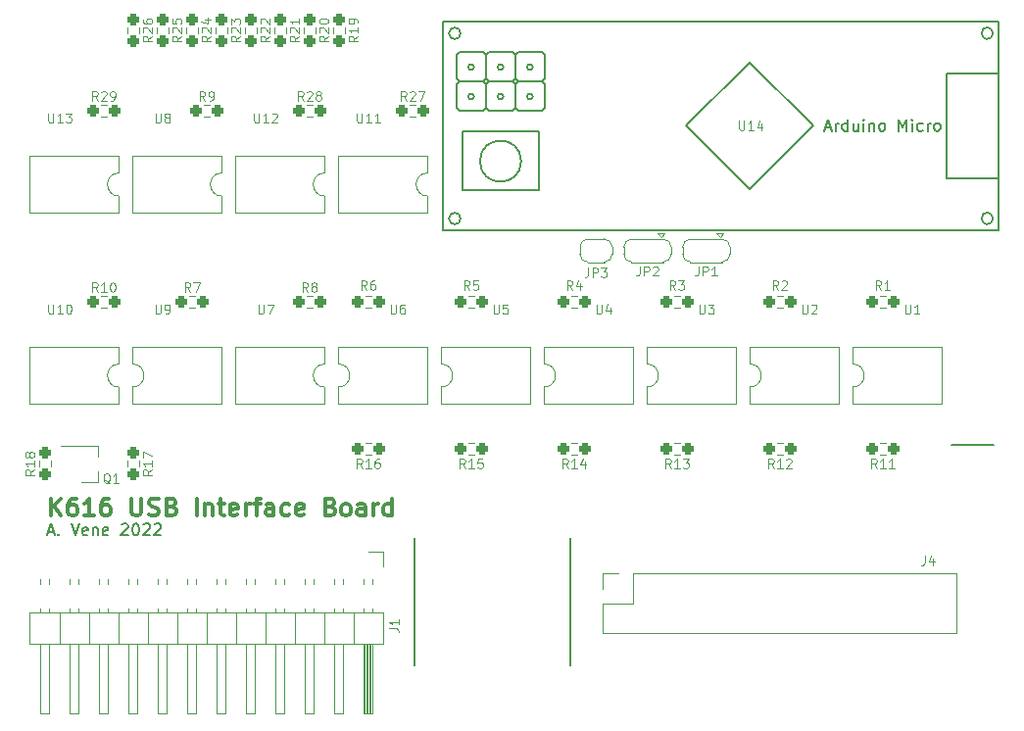
<source format=gbr>
%TF.GenerationSoftware,KiCad,Pcbnew,(6.0.7)*%
%TF.CreationDate,2022-09-10T09:27:16+02:00*%
%TF.ProjectId,K616_USB_IF,4b363136-5f55-4534-925f-49462e6b6963,0*%
%TF.SameCoordinates,PX73df160PY5f71980*%
%TF.FileFunction,Legend,Top*%
%TF.FilePolarity,Positive*%
%FSLAX46Y46*%
G04 Gerber Fmt 4.6, Leading zero omitted, Abs format (unit mm)*
G04 Created by KiCad (PCBNEW (6.0.7)) date 2022-09-10 09:27:16*
%MOMM*%
%LPD*%
G01*
G04 APERTURE LIST*
G04 Aperture macros list*
%AMRoundRect*
0 Rectangle with rounded corners*
0 $1 Rounding radius*
0 $2 $3 $4 $5 $6 $7 $8 $9 X,Y pos of 4 corners*
0 Add a 4 corners polygon primitive as box body*
4,1,4,$2,$3,$4,$5,$6,$7,$8,$9,$2,$3,0*
0 Add four circle primitives for the rounded corners*
1,1,$1+$1,$2,$3*
1,1,$1+$1,$4,$5*
1,1,$1+$1,$6,$7*
1,1,$1+$1,$8,$9*
0 Add four rect primitives between the rounded corners*
20,1,$1+$1,$2,$3,$4,$5,0*
20,1,$1+$1,$4,$5,$6,$7,0*
20,1,$1+$1,$6,$7,$8,$9,0*
20,1,$1+$1,$8,$9,$2,$3,0*%
%AMFreePoly0*
4,1,22,0.550000,-0.750000,0.000000,-0.750000,0.000000,-0.745033,-0.079941,-0.743568,-0.215256,-0.701293,-0.333266,-0.622738,-0.424486,-0.514219,-0.481581,-0.384460,-0.499164,-0.250000,-0.500000,-0.250000,-0.500000,0.250000,-0.499164,0.250000,-0.499963,0.256109,-0.478152,0.396186,-0.417904,0.524511,-0.324060,0.630769,-0.204165,0.706417,-0.067858,0.745374,0.000000,0.744959,0.000000,0.750000,
0.550000,0.750000,0.550000,-0.750000,0.550000,-0.750000,$1*%
%AMFreePoly1*
4,1,20,0.000000,0.744959,0.073905,0.744508,0.209726,0.703889,0.328688,0.626782,0.421226,0.519385,0.479903,0.390333,0.500000,0.250000,0.500000,-0.250000,0.499851,-0.262216,0.476331,-0.402017,0.414519,-0.529596,0.319384,-0.634700,0.198574,-0.708877,0.061801,-0.746166,0.000000,-0.745033,0.000000,-0.750000,-0.550000,-0.750000,-0.550000,0.750000,0.000000,0.750000,0.000000,0.744959,
0.000000,0.744959,$1*%
%AMFreePoly2*
4,1,22,0.500000,-0.750000,0.000000,-0.750000,0.000000,-0.745033,-0.079941,-0.743568,-0.215256,-0.701293,-0.333266,-0.622738,-0.424486,-0.514219,-0.481581,-0.384460,-0.499164,-0.250000,-0.500000,-0.250000,-0.500000,0.250000,-0.499164,0.250000,-0.499963,0.256109,-0.478152,0.396186,-0.417904,0.524511,-0.324060,0.630769,-0.204165,0.706417,-0.067858,0.745374,0.000000,0.744959,0.000000,0.750000,
0.500000,0.750000,0.500000,-0.750000,0.500000,-0.750000,$1*%
%AMFreePoly3*
4,1,20,0.000000,0.744959,0.073905,0.744508,0.209726,0.703889,0.328688,0.626782,0.421226,0.519385,0.479903,0.390333,0.500000,0.250000,0.500000,-0.250000,0.499851,-0.262216,0.476331,-0.402017,0.414519,-0.529596,0.319384,-0.634700,0.198574,-0.708877,0.061801,-0.746166,0.000000,-0.745033,0.000000,-0.750000,-0.500000,-0.750000,-0.500000,0.750000,0.000000,0.750000,0.000000,0.744959,
0.000000,0.744959,$1*%
G04 Aperture macros list end*
%ADD10C,0.150000*%
%ADD11C,0.300000*%
%ADD12C,0.120000*%
%ADD13RoundRect,0.237500X-0.237500X0.250000X-0.237500X-0.250000X0.237500X-0.250000X0.237500X0.250000X0*%
%ADD14RoundRect,0.237500X0.250000X0.237500X-0.250000X0.237500X-0.250000X-0.237500X0.250000X-0.237500X0*%
%ADD15RoundRect,0.237500X-0.250000X-0.237500X0.250000X-0.237500X0.250000X0.237500X-0.250000X0.237500X0*%
%ADD16R,1.780000X2.000000*%
%ADD17C,1.600000*%
%ADD18R,1.700000X1.700000*%
%ADD19O,1.700000X1.700000*%
%ADD20FreePoly0,180.000000*%
%ADD21R,1.000000X1.500000*%
%ADD22FreePoly1,180.000000*%
%ADD23R,1.900000X0.800000*%
%ADD24FreePoly2,0.000000*%
%ADD25FreePoly3,0.000000*%
G04 APERTURE END LIST*
D10*
X54000000Y10500000D02*
X50365000Y10500000D01*
X4000000Y2500000D02*
X4000000Y-8500000D01*
X17500000Y2500000D02*
X17500000Y-8500000D01*
X-27652024Y3008334D02*
X-27175834Y3008334D01*
X-27747262Y2722620D02*
X-27413929Y3722620D01*
X-27080596Y2722620D01*
X-26747262Y2817858D02*
X-26699643Y2770239D01*
X-26747262Y2722620D01*
X-26794881Y2770239D01*
X-26747262Y2817858D01*
X-26747262Y2722620D01*
X-25652024Y3722620D02*
X-25318691Y2722620D01*
X-24985358Y3722620D01*
X-24271072Y2770239D02*
X-24366310Y2722620D01*
X-24556786Y2722620D01*
X-24652024Y2770239D01*
X-24699643Y2865477D01*
X-24699643Y3246429D01*
X-24652024Y3341667D01*
X-24556786Y3389286D01*
X-24366310Y3389286D01*
X-24271072Y3341667D01*
X-24223453Y3246429D01*
X-24223453Y3151191D01*
X-24699643Y3055953D01*
X-23794881Y3389286D02*
X-23794881Y2722620D01*
X-23794881Y3294048D02*
X-23747262Y3341667D01*
X-23652024Y3389286D01*
X-23509167Y3389286D01*
X-23413929Y3341667D01*
X-23366310Y3246429D01*
X-23366310Y2722620D01*
X-22509167Y2770239D02*
X-22604405Y2722620D01*
X-22794881Y2722620D01*
X-22890120Y2770239D01*
X-22937739Y2865477D01*
X-22937739Y3246429D01*
X-22890120Y3341667D01*
X-22794881Y3389286D01*
X-22604405Y3389286D01*
X-22509167Y3341667D01*
X-22461548Y3246429D01*
X-22461548Y3151191D01*
X-22937739Y3055953D01*
X-21318691Y3627381D02*
X-21271072Y3675000D01*
X-21175834Y3722620D01*
X-20937739Y3722620D01*
X-20842500Y3675000D01*
X-20794881Y3627381D01*
X-20747262Y3532143D01*
X-20747262Y3436905D01*
X-20794881Y3294048D01*
X-21366310Y2722620D01*
X-20747262Y2722620D01*
X-20128215Y3722620D02*
X-20032977Y3722620D01*
X-19937739Y3675000D01*
X-19890120Y3627381D01*
X-19842500Y3532143D01*
X-19794881Y3341667D01*
X-19794881Y3103572D01*
X-19842500Y2913096D01*
X-19890120Y2817858D01*
X-19937739Y2770239D01*
X-20032977Y2722620D01*
X-20128215Y2722620D01*
X-20223453Y2770239D01*
X-20271072Y2817858D01*
X-20318691Y2913096D01*
X-20366310Y3103572D01*
X-20366310Y3341667D01*
X-20318691Y3532143D01*
X-20271072Y3627381D01*
X-20223453Y3675000D01*
X-20128215Y3722620D01*
X-19413929Y3627381D02*
X-19366310Y3675000D01*
X-19271072Y3722620D01*
X-19032977Y3722620D01*
X-18937739Y3675000D01*
X-18890120Y3627381D01*
X-18842500Y3532143D01*
X-18842500Y3436905D01*
X-18890120Y3294048D01*
X-19461548Y2722620D01*
X-18842500Y2722620D01*
X-18461548Y3627381D02*
X-18413929Y3675000D01*
X-18318691Y3722620D01*
X-18080596Y3722620D01*
X-17985358Y3675000D01*
X-17937739Y3627381D01*
X-17890120Y3532143D01*
X-17890120Y3436905D01*
X-17937739Y3294048D01*
X-18509167Y2722620D01*
X-17890120Y2722620D01*
X39473809Y37933334D02*
X39950000Y37933334D01*
X39378571Y37647620D02*
X39711904Y38647620D01*
X40045238Y37647620D01*
X40378571Y37647620D02*
X40378571Y38314286D01*
X40378571Y38123810D02*
X40426190Y38219048D01*
X40473809Y38266667D01*
X40569047Y38314286D01*
X40664285Y38314286D01*
X41426190Y37647620D02*
X41426190Y38647620D01*
X41426190Y37695239D02*
X41330952Y37647620D01*
X41140476Y37647620D01*
X41045238Y37695239D01*
X40997619Y37742858D01*
X40950000Y37838096D01*
X40950000Y38123810D01*
X40997619Y38219048D01*
X41045238Y38266667D01*
X41140476Y38314286D01*
X41330952Y38314286D01*
X41426190Y38266667D01*
X42330952Y38314286D02*
X42330952Y37647620D01*
X41902380Y38314286D02*
X41902380Y37790477D01*
X41950000Y37695239D01*
X42045238Y37647620D01*
X42188095Y37647620D01*
X42283333Y37695239D01*
X42330952Y37742858D01*
X42807142Y37647620D02*
X42807142Y38314286D01*
X42807142Y38647620D02*
X42759523Y38600000D01*
X42807142Y38552381D01*
X42854761Y38600000D01*
X42807142Y38647620D01*
X42807142Y38552381D01*
X43283333Y38314286D02*
X43283333Y37647620D01*
X43283333Y38219048D02*
X43330952Y38266667D01*
X43426190Y38314286D01*
X43569047Y38314286D01*
X43664285Y38266667D01*
X43711904Y38171429D01*
X43711904Y37647620D01*
X44330952Y37647620D02*
X44235714Y37695239D01*
X44188095Y37742858D01*
X44140476Y37838096D01*
X44140476Y38123810D01*
X44188095Y38219048D01*
X44235714Y38266667D01*
X44330952Y38314286D01*
X44473809Y38314286D01*
X44569047Y38266667D01*
X44616666Y38219048D01*
X44664285Y38123810D01*
X44664285Y37838096D01*
X44616666Y37742858D01*
X44569047Y37695239D01*
X44473809Y37647620D01*
X44330952Y37647620D01*
X45854761Y37647620D02*
X45854761Y38647620D01*
X46188095Y37933334D01*
X46521428Y38647620D01*
X46521428Y37647620D01*
X46997619Y37647620D02*
X46997619Y38314286D01*
X46997619Y38647620D02*
X46950000Y38600000D01*
X46997619Y38552381D01*
X47045238Y38600000D01*
X46997619Y38647620D01*
X46997619Y38552381D01*
X47902380Y37695239D02*
X47807142Y37647620D01*
X47616666Y37647620D01*
X47521428Y37695239D01*
X47473809Y37742858D01*
X47426190Y37838096D01*
X47426190Y38123810D01*
X47473809Y38219048D01*
X47521428Y38266667D01*
X47616666Y38314286D01*
X47807142Y38314286D01*
X47902380Y38266667D01*
X48330952Y37647620D02*
X48330952Y38314286D01*
X48330952Y38123810D02*
X48378571Y38219048D01*
X48426190Y38266667D01*
X48521428Y38314286D01*
X48616666Y38314286D01*
X49092857Y37647620D02*
X48997619Y37695239D01*
X48950000Y37742858D01*
X48902380Y37838096D01*
X48902380Y38123810D01*
X48950000Y38219048D01*
X48997619Y38266667D01*
X49092857Y38314286D01*
X49235714Y38314286D01*
X49330952Y38266667D01*
X49378571Y38219048D01*
X49426190Y38123810D01*
X49426190Y37838096D01*
X49378571Y37742858D01*
X49330952Y37695239D01*
X49235714Y37647620D01*
X49092857Y37647620D01*
D11*
X-27387858Y4401429D02*
X-27387858Y5901429D01*
X-26530715Y4401429D02*
X-27173572Y5258572D01*
X-26530715Y5901429D02*
X-27387858Y5044286D01*
X-25245000Y5901429D02*
X-25530715Y5901429D01*
X-25673572Y5830000D01*
X-25745000Y5758572D01*
X-25887858Y5544286D01*
X-25959286Y5258572D01*
X-25959286Y4687143D01*
X-25887858Y4544286D01*
X-25816429Y4472858D01*
X-25673572Y4401429D01*
X-25387858Y4401429D01*
X-25245000Y4472858D01*
X-25173572Y4544286D01*
X-25102143Y4687143D01*
X-25102143Y5044286D01*
X-25173572Y5187143D01*
X-25245000Y5258572D01*
X-25387858Y5330000D01*
X-25673572Y5330000D01*
X-25816429Y5258572D01*
X-25887858Y5187143D01*
X-25959286Y5044286D01*
X-23673572Y4401429D02*
X-24530715Y4401429D01*
X-24102143Y4401429D02*
X-24102143Y5901429D01*
X-24245000Y5687143D01*
X-24387858Y5544286D01*
X-24530715Y5472858D01*
X-22387858Y5901429D02*
X-22673572Y5901429D01*
X-22816429Y5830000D01*
X-22887858Y5758572D01*
X-23030715Y5544286D01*
X-23102143Y5258572D01*
X-23102143Y4687143D01*
X-23030715Y4544286D01*
X-22959286Y4472858D01*
X-22816429Y4401429D01*
X-22530715Y4401429D01*
X-22387858Y4472858D01*
X-22316429Y4544286D01*
X-22245000Y4687143D01*
X-22245000Y5044286D01*
X-22316429Y5187143D01*
X-22387858Y5258572D01*
X-22530715Y5330000D01*
X-22816429Y5330000D01*
X-22959286Y5258572D01*
X-23030715Y5187143D01*
X-23102143Y5044286D01*
X-20459286Y5901429D02*
X-20459286Y4687143D01*
X-20387858Y4544286D01*
X-20316429Y4472858D01*
X-20173572Y4401429D01*
X-19887858Y4401429D01*
X-19745000Y4472858D01*
X-19673572Y4544286D01*
X-19602143Y4687143D01*
X-19602143Y5901429D01*
X-18959286Y4472858D02*
X-18745000Y4401429D01*
X-18387858Y4401429D01*
X-18245000Y4472858D01*
X-18173572Y4544286D01*
X-18102143Y4687143D01*
X-18102143Y4830000D01*
X-18173572Y4972858D01*
X-18245000Y5044286D01*
X-18387858Y5115715D01*
X-18673572Y5187143D01*
X-18816429Y5258572D01*
X-18887858Y5330000D01*
X-18959286Y5472858D01*
X-18959286Y5615715D01*
X-18887858Y5758572D01*
X-18816429Y5830000D01*
X-18673572Y5901429D01*
X-18316429Y5901429D01*
X-18102143Y5830000D01*
X-16959286Y5187143D02*
X-16745000Y5115715D01*
X-16673572Y5044286D01*
X-16602143Y4901429D01*
X-16602143Y4687143D01*
X-16673572Y4544286D01*
X-16745000Y4472858D01*
X-16887858Y4401429D01*
X-17459286Y4401429D01*
X-17459286Y5901429D01*
X-16959286Y5901429D01*
X-16816429Y5830000D01*
X-16745000Y5758572D01*
X-16673572Y5615715D01*
X-16673572Y5472858D01*
X-16745000Y5330000D01*
X-16816429Y5258572D01*
X-16959286Y5187143D01*
X-17459286Y5187143D01*
X-14816429Y4401429D02*
X-14816429Y5901429D01*
X-14102143Y5401429D02*
X-14102143Y4401429D01*
X-14102143Y5258572D02*
X-14030715Y5330000D01*
X-13887858Y5401429D01*
X-13673572Y5401429D01*
X-13530715Y5330000D01*
X-13459286Y5187143D01*
X-13459286Y4401429D01*
X-12959286Y5401429D02*
X-12387858Y5401429D01*
X-12745000Y5901429D02*
X-12745000Y4615715D01*
X-12673572Y4472858D01*
X-12530715Y4401429D01*
X-12387858Y4401429D01*
X-11316429Y4472858D02*
X-11459286Y4401429D01*
X-11745000Y4401429D01*
X-11887858Y4472858D01*
X-11959286Y4615715D01*
X-11959286Y5187143D01*
X-11887858Y5330000D01*
X-11745000Y5401429D01*
X-11459286Y5401429D01*
X-11316429Y5330000D01*
X-11245000Y5187143D01*
X-11245000Y5044286D01*
X-11959286Y4901429D01*
X-10602143Y4401429D02*
X-10602143Y5401429D01*
X-10602143Y5115715D02*
X-10530715Y5258572D01*
X-10459286Y5330000D01*
X-10316429Y5401429D01*
X-10173572Y5401429D01*
X-9887858Y5401429D02*
X-9316429Y5401429D01*
X-9673572Y4401429D02*
X-9673572Y5687143D01*
X-9602143Y5830000D01*
X-9459286Y5901429D01*
X-9316429Y5901429D01*
X-8173572Y4401429D02*
X-8173572Y5187143D01*
X-8245000Y5330000D01*
X-8387858Y5401429D01*
X-8673572Y5401429D01*
X-8816429Y5330000D01*
X-8173572Y4472858D02*
X-8316429Y4401429D01*
X-8673572Y4401429D01*
X-8816429Y4472858D01*
X-8887858Y4615715D01*
X-8887858Y4758572D01*
X-8816429Y4901429D01*
X-8673572Y4972858D01*
X-8316429Y4972858D01*
X-8173572Y5044286D01*
X-6816429Y4472858D02*
X-6959286Y4401429D01*
X-7245000Y4401429D01*
X-7387858Y4472858D01*
X-7459286Y4544286D01*
X-7530715Y4687143D01*
X-7530715Y5115715D01*
X-7459286Y5258572D01*
X-7387858Y5330000D01*
X-7245000Y5401429D01*
X-6959286Y5401429D01*
X-6816429Y5330000D01*
X-5602143Y4472858D02*
X-5745000Y4401429D01*
X-6030715Y4401429D01*
X-6173572Y4472858D01*
X-6245000Y4615715D01*
X-6245000Y5187143D01*
X-6173572Y5330000D01*
X-6030715Y5401429D01*
X-5745000Y5401429D01*
X-5602143Y5330000D01*
X-5530715Y5187143D01*
X-5530715Y5044286D01*
X-6245000Y4901429D01*
X-3245000Y5187143D02*
X-3030715Y5115715D01*
X-2959286Y5044286D01*
X-2887858Y4901429D01*
X-2887858Y4687143D01*
X-2959286Y4544286D01*
X-3030715Y4472858D01*
X-3173572Y4401429D01*
X-3745000Y4401429D01*
X-3745000Y5901429D01*
X-3245000Y5901429D01*
X-3102143Y5830000D01*
X-3030715Y5758572D01*
X-2959286Y5615715D01*
X-2959286Y5472858D01*
X-3030715Y5330000D01*
X-3102143Y5258572D01*
X-3245000Y5187143D01*
X-3745000Y5187143D01*
X-2030715Y4401429D02*
X-2173572Y4472858D01*
X-2245000Y4544286D01*
X-2316429Y4687143D01*
X-2316429Y5115715D01*
X-2245000Y5258572D01*
X-2173572Y5330000D01*
X-2030715Y5401429D01*
X-1816429Y5401429D01*
X-1673572Y5330000D01*
X-1602143Y5258572D01*
X-1530715Y5115715D01*
X-1530715Y4687143D01*
X-1602143Y4544286D01*
X-1673572Y4472858D01*
X-1816429Y4401429D01*
X-2030715Y4401429D01*
X-245000Y4401429D02*
X-245000Y5187143D01*
X-316429Y5330000D01*
X-459286Y5401429D01*
X-745000Y5401429D01*
X-887858Y5330000D01*
X-245000Y4472858D02*
X-387858Y4401429D01*
X-745000Y4401429D01*
X-887858Y4472858D01*
X-959286Y4615715D01*
X-959286Y4758572D01*
X-887858Y4901429D01*
X-745000Y4972858D01*
X-387858Y4972858D01*
X-245000Y5044286D01*
X469285Y4401429D02*
X469285Y5401429D01*
X469285Y5115715D02*
X540714Y5258572D01*
X612142Y5330000D01*
X755000Y5401429D01*
X897857Y5401429D01*
X2040714Y4401429D02*
X2040714Y5901429D01*
X2040714Y4472858D02*
X1897857Y4401429D01*
X1612142Y4401429D01*
X1469285Y4472858D01*
X1397857Y4544286D01*
X1326428Y4687143D01*
X1326428Y5115715D01*
X1397857Y5258572D01*
X1469285Y5330000D01*
X1612142Y5401429D01*
X1897857Y5401429D01*
X2040714Y5330000D01*
D12*
%TO.C,R17*%
X-18688096Y8375715D02*
X-19069048Y8109048D01*
X-18688096Y7918572D02*
X-19488096Y7918572D01*
X-19488096Y8223334D01*
X-19450000Y8299524D01*
X-19411905Y8337620D01*
X-19335715Y8375715D01*
X-19221429Y8375715D01*
X-19145239Y8337620D01*
X-19107143Y8299524D01*
X-19069048Y8223334D01*
X-19069048Y7918572D01*
X-18688096Y9137620D02*
X-18688096Y8680477D01*
X-18688096Y8909048D02*
X-19488096Y8909048D01*
X-19373810Y8832858D01*
X-19297620Y8756667D01*
X-19259524Y8680477D01*
X-19488096Y9404286D02*
X-19488096Y9937620D01*
X-18688096Y9594762D01*
%TO.C,R8*%
X-5213334Y23768096D02*
X-5480000Y24149048D01*
X-5670477Y23768096D02*
X-5670477Y24568096D01*
X-5365715Y24568096D01*
X-5289524Y24530000D01*
X-5251429Y24491905D01*
X-5213334Y24415715D01*
X-5213334Y24301429D01*
X-5251429Y24225239D01*
X-5289524Y24187143D01*
X-5365715Y24149048D01*
X-5670477Y24149048D01*
X-4756191Y24225239D02*
X-4832381Y24263334D01*
X-4870477Y24301429D01*
X-4908572Y24377620D01*
X-4908572Y24415715D01*
X-4870477Y24491905D01*
X-4832381Y24530000D01*
X-4756191Y24568096D01*
X-4603810Y24568096D01*
X-4527620Y24530000D01*
X-4489524Y24491905D01*
X-4451429Y24415715D01*
X-4451429Y24377620D01*
X-4489524Y24301429D01*
X-4527620Y24263334D01*
X-4603810Y24225239D01*
X-4756191Y24225239D01*
X-4832381Y24187143D01*
X-4870477Y24149048D01*
X-4908572Y24072858D01*
X-4908572Y23920477D01*
X-4870477Y23844286D01*
X-4832381Y23806191D01*
X-4756191Y23768096D01*
X-4603810Y23768096D01*
X-4527620Y23806191D01*
X-4489524Y23844286D01*
X-4451429Y23920477D01*
X-4451429Y24072858D01*
X-4489524Y24149048D01*
X-4527620Y24187143D01*
X-4603810Y24225239D01*
%TO.C,R25*%
X-16148096Y45840715D02*
X-16529048Y45574048D01*
X-16148096Y45383572D02*
X-16948096Y45383572D01*
X-16948096Y45688334D01*
X-16910000Y45764524D01*
X-16871905Y45802620D01*
X-16795715Y45840715D01*
X-16681429Y45840715D01*
X-16605239Y45802620D01*
X-16567143Y45764524D01*
X-16529048Y45688334D01*
X-16529048Y45383572D01*
X-16871905Y46145477D02*
X-16910000Y46183572D01*
X-16948096Y46259762D01*
X-16948096Y46450239D01*
X-16910000Y46526429D01*
X-16871905Y46564524D01*
X-16795715Y46602620D01*
X-16719524Y46602620D01*
X-16605239Y46564524D01*
X-16148096Y46107381D01*
X-16148096Y46602620D01*
X-16948096Y47326429D02*
X-16948096Y46945477D01*
X-16567143Y46907381D01*
X-16605239Y46945477D01*
X-16643334Y47021667D01*
X-16643334Y47212143D01*
X-16605239Y47288334D01*
X-16567143Y47326429D01*
X-16490953Y47364524D01*
X-16300477Y47364524D01*
X-16224286Y47326429D01*
X-16186191Y47288334D01*
X-16148096Y47212143D01*
X-16148096Y47021667D01*
X-16186191Y46945477D01*
X-16224286Y46907381D01*
%TO.C,R4*%
X17646666Y23928096D02*
X17380000Y24309048D01*
X17189523Y23928096D02*
X17189523Y24728096D01*
X17494285Y24728096D01*
X17570476Y24690000D01*
X17608571Y24651905D01*
X17646666Y24575715D01*
X17646666Y24461429D01*
X17608571Y24385239D01*
X17570476Y24347143D01*
X17494285Y24309048D01*
X17189523Y24309048D01*
X18332380Y24461429D02*
X18332380Y23928096D01*
X18141904Y24766191D02*
X17951428Y24194762D01*
X18446666Y24194762D01*
%TO.C,R15*%
X8375714Y8528096D02*
X8109047Y8909048D01*
X7918571Y8528096D02*
X7918571Y9328096D01*
X8223333Y9328096D01*
X8299523Y9290000D01*
X8337619Y9251905D01*
X8375714Y9175715D01*
X8375714Y9061429D01*
X8337619Y8985239D01*
X8299523Y8947143D01*
X8223333Y8909048D01*
X7918571Y8909048D01*
X9137619Y8528096D02*
X8680476Y8528096D01*
X8909047Y8528096D02*
X8909047Y9328096D01*
X8832857Y9213810D01*
X8756666Y9137620D01*
X8680476Y9099524D01*
X9861428Y9328096D02*
X9480476Y9328096D01*
X9442380Y8947143D01*
X9480476Y8985239D01*
X9556666Y9023334D01*
X9747142Y9023334D01*
X9823333Y8985239D01*
X9861428Y8947143D01*
X9899523Y8870953D01*
X9899523Y8680477D01*
X9861428Y8604286D01*
X9823333Y8566191D01*
X9747142Y8528096D01*
X9556666Y8528096D01*
X9480476Y8566191D01*
X9442380Y8604286D01*
%TO.C,R11*%
X43935714Y8528096D02*
X43669047Y8909048D01*
X43478571Y8528096D02*
X43478571Y9328096D01*
X43783333Y9328096D01*
X43859523Y9290000D01*
X43897619Y9251905D01*
X43935714Y9175715D01*
X43935714Y9061429D01*
X43897619Y8985239D01*
X43859523Y8947143D01*
X43783333Y8909048D01*
X43478571Y8909048D01*
X44697619Y8528096D02*
X44240476Y8528096D01*
X44469047Y8528096D02*
X44469047Y9328096D01*
X44392857Y9213810D01*
X44316666Y9137620D01*
X44240476Y9099524D01*
X45459523Y8528096D02*
X45002380Y8528096D01*
X45230952Y8528096D02*
X45230952Y9328096D01*
X45154761Y9213810D01*
X45078571Y9137620D01*
X45002380Y9099524D01*
%TO.C,R13*%
X26155714Y8528096D02*
X25889047Y8909048D01*
X25698571Y8528096D02*
X25698571Y9328096D01*
X26003333Y9328096D01*
X26079523Y9290000D01*
X26117619Y9251905D01*
X26155714Y9175715D01*
X26155714Y9061429D01*
X26117619Y8985239D01*
X26079523Y8947143D01*
X26003333Y8909048D01*
X25698571Y8909048D01*
X26917619Y8528096D02*
X26460476Y8528096D01*
X26689047Y8528096D02*
X26689047Y9328096D01*
X26612857Y9213810D01*
X26536666Y9137620D01*
X26460476Y9099524D01*
X27184285Y9328096D02*
X27679523Y9328096D01*
X27412857Y9023334D01*
X27527142Y9023334D01*
X27603333Y8985239D01*
X27641428Y8947143D01*
X27679523Y8870953D01*
X27679523Y8680477D01*
X27641428Y8604286D01*
X27603333Y8566191D01*
X27527142Y8528096D01*
X27298571Y8528096D01*
X27222380Y8566191D01*
X27184285Y8604286D01*
%TO.C,U4*%
X19710476Y22663096D02*
X19710476Y22015477D01*
X19748571Y21939286D01*
X19786666Y21901191D01*
X19862857Y21863096D01*
X20015238Y21863096D01*
X20091428Y21901191D01*
X20129523Y21939286D01*
X20167619Y22015477D01*
X20167619Y22663096D01*
X20891428Y22396429D02*
X20891428Y21863096D01*
X20700952Y22701191D02*
X20510476Y22129762D01*
X21005714Y22129762D01*
%TO.C,R5*%
X8756666Y23928096D02*
X8490000Y24309048D01*
X8299523Y23928096D02*
X8299523Y24728096D01*
X8604285Y24728096D01*
X8680476Y24690000D01*
X8718571Y24651905D01*
X8756666Y24575715D01*
X8756666Y24461429D01*
X8718571Y24385239D01*
X8680476Y24347143D01*
X8604285Y24309048D01*
X8299523Y24309048D01*
X9480476Y24728096D02*
X9099523Y24728096D01*
X9061428Y24347143D01*
X9099523Y24385239D01*
X9175714Y24423334D01*
X9366190Y24423334D01*
X9442380Y24385239D01*
X9480476Y24347143D01*
X9518571Y24270953D01*
X9518571Y24080477D01*
X9480476Y24004286D01*
X9442380Y23966191D01*
X9366190Y23928096D01*
X9175714Y23928096D01*
X9099523Y23966191D01*
X9061428Y24004286D01*
%TO.C,U1*%
X46380476Y22663096D02*
X46380476Y22015477D01*
X46418571Y21939286D01*
X46456666Y21901191D01*
X46532857Y21863096D01*
X46685238Y21863096D01*
X46761428Y21901191D01*
X46799523Y21939286D01*
X46837619Y22015477D01*
X46837619Y22663096D01*
X47637619Y21863096D02*
X47180476Y21863096D01*
X47409047Y21863096D02*
X47409047Y22663096D01*
X47332857Y22548810D01*
X47256666Y22472620D01*
X47180476Y22434524D01*
%TO.C,U14*%
X32029523Y38518096D02*
X32029523Y37870477D01*
X32067619Y37794286D01*
X32105714Y37756191D01*
X32181904Y37718096D01*
X32334285Y37718096D01*
X32410476Y37756191D01*
X32448571Y37794286D01*
X32486666Y37870477D01*
X32486666Y38518096D01*
X33286666Y37718096D02*
X32829523Y37718096D01*
X33058095Y37718096D02*
X33058095Y38518096D01*
X32981904Y38403810D01*
X32905714Y38327620D01*
X32829523Y38289524D01*
X33972380Y38251429D02*
X33972380Y37718096D01*
X33781904Y38556191D02*
X33591428Y37984762D01*
X34086666Y37984762D01*
%TO.C,R9*%
X-14103334Y40278096D02*
X-14370000Y40659048D01*
X-14560477Y40278096D02*
X-14560477Y41078096D01*
X-14255715Y41078096D01*
X-14179524Y41040000D01*
X-14141429Y41001905D01*
X-14103334Y40925715D01*
X-14103334Y40811429D01*
X-14141429Y40735239D01*
X-14179524Y40697143D01*
X-14255715Y40659048D01*
X-14560477Y40659048D01*
X-13722381Y40278096D02*
X-13570000Y40278096D01*
X-13493810Y40316191D01*
X-13455715Y40354286D01*
X-13379524Y40468572D01*
X-13341429Y40620953D01*
X-13341429Y40925715D01*
X-13379524Y41001905D01*
X-13417620Y41040000D01*
X-13493810Y41078096D01*
X-13646191Y41078096D01*
X-13722381Y41040000D01*
X-13760477Y41001905D01*
X-13798572Y40925715D01*
X-13798572Y40735239D01*
X-13760477Y40659048D01*
X-13722381Y40620953D01*
X-13646191Y40582858D01*
X-13493810Y40582858D01*
X-13417620Y40620953D01*
X-13379524Y40659048D01*
X-13341429Y40735239D01*
%TO.C,U11*%
X-990477Y39173096D02*
X-990477Y38525477D01*
X-952381Y38449286D01*
X-914286Y38411191D01*
X-838096Y38373096D01*
X-685715Y38373096D01*
X-609524Y38411191D01*
X-571429Y38449286D01*
X-533334Y38525477D01*
X-533334Y39173096D01*
X266666Y38373096D02*
X-190477Y38373096D01*
X38095Y38373096D02*
X38095Y39173096D01*
X-38096Y39058810D01*
X-114286Y38982620D01*
X-190477Y38944524D01*
X1028571Y38373096D02*
X571428Y38373096D01*
X800000Y38373096D02*
X800000Y39173096D01*
X723809Y39058810D01*
X647619Y38982620D01*
X571428Y38944524D01*
%TO.C,R26*%
X-18688096Y45840715D02*
X-19069048Y45574048D01*
X-18688096Y45383572D02*
X-19488096Y45383572D01*
X-19488096Y45688334D01*
X-19450000Y45764524D01*
X-19411905Y45802620D01*
X-19335715Y45840715D01*
X-19221429Y45840715D01*
X-19145239Y45802620D01*
X-19107143Y45764524D01*
X-19069048Y45688334D01*
X-19069048Y45383572D01*
X-19411905Y46145477D02*
X-19450000Y46183572D01*
X-19488096Y46259762D01*
X-19488096Y46450239D01*
X-19450000Y46526429D01*
X-19411905Y46564524D01*
X-19335715Y46602620D01*
X-19259524Y46602620D01*
X-19145239Y46564524D01*
X-18688096Y46107381D01*
X-18688096Y46602620D01*
X-19488096Y47288334D02*
X-19488096Y47135953D01*
X-19450000Y47059762D01*
X-19411905Y47021667D01*
X-19297620Y46945477D01*
X-19145239Y46907381D01*
X-18840477Y46907381D01*
X-18764286Y46945477D01*
X-18726191Y46983572D01*
X-18688096Y47059762D01*
X-18688096Y47212143D01*
X-18726191Y47288334D01*
X-18764286Y47326429D01*
X-18840477Y47364524D01*
X-19030953Y47364524D01*
X-19107143Y47326429D01*
X-19145239Y47288334D01*
X-19183334Y47212143D01*
X-19183334Y47059762D01*
X-19145239Y46983572D01*
X-19107143Y46945477D01*
X-19030953Y46907381D01*
%TO.C,R3*%
X26536666Y23928096D02*
X26270000Y24309048D01*
X26079523Y23928096D02*
X26079523Y24728096D01*
X26384285Y24728096D01*
X26460476Y24690000D01*
X26498571Y24651905D01*
X26536666Y24575715D01*
X26536666Y24461429D01*
X26498571Y24385239D01*
X26460476Y24347143D01*
X26384285Y24309048D01*
X26079523Y24309048D01*
X26803333Y24728096D02*
X27298571Y24728096D01*
X27031904Y24423334D01*
X27146190Y24423334D01*
X27222380Y24385239D01*
X27260476Y24347143D01*
X27298571Y24270953D01*
X27298571Y24080477D01*
X27260476Y24004286D01*
X27222380Y23966191D01*
X27146190Y23928096D01*
X26917619Y23928096D01*
X26841428Y23966191D01*
X26803333Y24004286D01*
%TO.C,R2*%
X35426666Y23928096D02*
X35160000Y24309048D01*
X34969523Y23928096D02*
X34969523Y24728096D01*
X35274285Y24728096D01*
X35350476Y24690000D01*
X35388571Y24651905D01*
X35426666Y24575715D01*
X35426666Y24461429D01*
X35388571Y24385239D01*
X35350476Y24347143D01*
X35274285Y24309048D01*
X34969523Y24309048D01*
X35731428Y24651905D02*
X35769523Y24690000D01*
X35845714Y24728096D01*
X36036190Y24728096D01*
X36112380Y24690000D01*
X36150476Y24651905D01*
X36188571Y24575715D01*
X36188571Y24499524D01*
X36150476Y24385239D01*
X35693333Y23928096D01*
X36188571Y23928096D01*
%TO.C,R16*%
X-514286Y8528096D02*
X-780953Y8909048D01*
X-971429Y8528096D02*
X-971429Y9328096D01*
X-666667Y9328096D01*
X-590477Y9290000D01*
X-552381Y9251905D01*
X-514286Y9175715D01*
X-514286Y9061429D01*
X-552381Y8985239D01*
X-590477Y8947143D01*
X-666667Y8909048D01*
X-971429Y8909048D01*
X247619Y8528096D02*
X-209524Y8528096D01*
X19047Y8528096D02*
X19047Y9328096D01*
X-57143Y9213810D01*
X-133334Y9137620D01*
X-209524Y9099524D01*
X933333Y9328096D02*
X780952Y9328096D01*
X704761Y9290000D01*
X666666Y9251905D01*
X590476Y9137620D01*
X552380Y8985239D01*
X552380Y8680477D01*
X590476Y8604286D01*
X628571Y8566191D01*
X704761Y8528096D01*
X857142Y8528096D01*
X933333Y8566191D01*
X971428Y8604286D01*
X1009523Y8680477D01*
X1009523Y8870953D01*
X971428Y8947143D01*
X933333Y8985239D01*
X857142Y9023334D01*
X704761Y9023334D01*
X628571Y8985239D01*
X590476Y8947143D01*
X552380Y8870953D01*
%TO.C,J4*%
X48098333Y938096D02*
X48098333Y366667D01*
X48060238Y252381D01*
X47984047Y176191D01*
X47869761Y138096D01*
X47793571Y138096D01*
X48822142Y671429D02*
X48822142Y138096D01*
X48631666Y976191D02*
X48441190Y404762D01*
X48936428Y404762D01*
%TO.C,U8*%
X-18389524Y39173096D02*
X-18389524Y38525477D01*
X-18351429Y38449286D01*
X-18313334Y38411191D01*
X-18237143Y38373096D01*
X-18084762Y38373096D01*
X-18008572Y38411191D01*
X-17970477Y38449286D01*
X-17932381Y38525477D01*
X-17932381Y39173096D01*
X-17437143Y38830239D02*
X-17513334Y38868334D01*
X-17551429Y38906429D01*
X-17589524Y38982620D01*
X-17589524Y39020715D01*
X-17551429Y39096905D01*
X-17513334Y39135000D01*
X-17437143Y39173096D01*
X-17284762Y39173096D01*
X-17208572Y39135000D01*
X-17170477Y39096905D01*
X-17132381Y39020715D01*
X-17132381Y38982620D01*
X-17170477Y38906429D01*
X-17208572Y38868334D01*
X-17284762Y38830239D01*
X-17437143Y38830239D01*
X-17513334Y38792143D01*
X-17551429Y38754048D01*
X-17589524Y38677858D01*
X-17589524Y38525477D01*
X-17551429Y38449286D01*
X-17513334Y38411191D01*
X-17437143Y38373096D01*
X-17284762Y38373096D01*
X-17208572Y38411191D01*
X-17170477Y38449286D01*
X-17132381Y38525477D01*
X-17132381Y38677858D01*
X-17170477Y38754048D01*
X-17208572Y38792143D01*
X-17284762Y38830239D01*
%TO.C,R20*%
X-3448096Y45840715D02*
X-3829048Y45574048D01*
X-3448096Y45383572D02*
X-4248096Y45383572D01*
X-4248096Y45688334D01*
X-4210000Y45764524D01*
X-4171905Y45802620D01*
X-4095715Y45840715D01*
X-3981429Y45840715D01*
X-3905239Y45802620D01*
X-3867143Y45764524D01*
X-3829048Y45688334D01*
X-3829048Y45383572D01*
X-4171905Y46145477D02*
X-4210000Y46183572D01*
X-4248096Y46259762D01*
X-4248096Y46450239D01*
X-4210000Y46526429D01*
X-4171905Y46564524D01*
X-4095715Y46602620D01*
X-4019524Y46602620D01*
X-3905239Y46564524D01*
X-3448096Y46107381D01*
X-3448096Y46602620D01*
X-4248096Y47097858D02*
X-4248096Y47174048D01*
X-4210000Y47250239D01*
X-4171905Y47288334D01*
X-4095715Y47326429D01*
X-3943334Y47364524D01*
X-3752858Y47364524D01*
X-3600477Y47326429D01*
X-3524286Y47288334D01*
X-3486191Y47250239D01*
X-3448096Y47174048D01*
X-3448096Y47097858D01*
X-3486191Y47021667D01*
X-3524286Y46983572D01*
X-3600477Y46945477D01*
X-3752858Y46907381D01*
X-3943334Y46907381D01*
X-4095715Y46945477D01*
X-4171905Y46983572D01*
X-4210000Y47021667D01*
X-4248096Y47097858D01*
%TO.C,R22*%
X-8528096Y45840715D02*
X-8909048Y45574048D01*
X-8528096Y45383572D02*
X-9328096Y45383572D01*
X-9328096Y45688334D01*
X-9290000Y45764524D01*
X-9251905Y45802620D01*
X-9175715Y45840715D01*
X-9061429Y45840715D01*
X-8985239Y45802620D01*
X-8947143Y45764524D01*
X-8909048Y45688334D01*
X-8909048Y45383572D01*
X-9251905Y46145477D02*
X-9290000Y46183572D01*
X-9328096Y46259762D01*
X-9328096Y46450239D01*
X-9290000Y46526429D01*
X-9251905Y46564524D01*
X-9175715Y46602620D01*
X-9099524Y46602620D01*
X-8985239Y46564524D01*
X-8528096Y46107381D01*
X-8528096Y46602620D01*
X-9251905Y46907381D02*
X-9290000Y46945477D01*
X-9328096Y47021667D01*
X-9328096Y47212143D01*
X-9290000Y47288334D01*
X-9251905Y47326429D01*
X-9175715Y47364524D01*
X-9099524Y47364524D01*
X-8985239Y47326429D01*
X-8528096Y46869286D01*
X-8528096Y47364524D01*
%TO.C,JP2*%
X23463333Y25943096D02*
X23463333Y25371667D01*
X23425238Y25257381D01*
X23349047Y25181191D01*
X23234761Y25143096D01*
X23158571Y25143096D01*
X23844285Y25143096D02*
X23844285Y25943096D01*
X24149047Y25943096D01*
X24225238Y25905000D01*
X24263333Y25866905D01*
X24301428Y25790715D01*
X24301428Y25676429D01*
X24263333Y25600239D01*
X24225238Y25562143D01*
X24149047Y25524048D01*
X23844285Y25524048D01*
X24606190Y25866905D02*
X24644285Y25905000D01*
X24720476Y25943096D01*
X24910952Y25943096D01*
X24987142Y25905000D01*
X25025238Y25866905D01*
X25063333Y25790715D01*
X25063333Y25714524D01*
X25025238Y25600239D01*
X24568095Y25143096D01*
X25063333Y25143096D01*
%TO.C,R1*%
X44316666Y23928096D02*
X44050000Y24309048D01*
X43859523Y23928096D02*
X43859523Y24728096D01*
X44164285Y24728096D01*
X44240476Y24690000D01*
X44278571Y24651905D01*
X44316666Y24575715D01*
X44316666Y24461429D01*
X44278571Y24385239D01*
X44240476Y24347143D01*
X44164285Y24309048D01*
X43859523Y24309048D01*
X45078571Y23928096D02*
X44621428Y23928096D01*
X44850000Y23928096D02*
X44850000Y24728096D01*
X44773809Y24613810D01*
X44697619Y24537620D01*
X44621428Y24499524D01*
%TO.C,R18*%
X-28848096Y8375715D02*
X-29229048Y8109048D01*
X-28848096Y7918572D02*
X-29648096Y7918572D01*
X-29648096Y8223334D01*
X-29610000Y8299524D01*
X-29571905Y8337620D01*
X-29495715Y8375715D01*
X-29381429Y8375715D01*
X-29305239Y8337620D01*
X-29267143Y8299524D01*
X-29229048Y8223334D01*
X-29229048Y7918572D01*
X-28848096Y9137620D02*
X-28848096Y8680477D01*
X-28848096Y8909048D02*
X-29648096Y8909048D01*
X-29533810Y8832858D01*
X-29457620Y8756667D01*
X-29419524Y8680477D01*
X-29305239Y9594762D02*
X-29343334Y9518572D01*
X-29381429Y9480477D01*
X-29457620Y9442381D01*
X-29495715Y9442381D01*
X-29571905Y9480477D01*
X-29610000Y9518572D01*
X-29648096Y9594762D01*
X-29648096Y9747143D01*
X-29610000Y9823334D01*
X-29571905Y9861429D01*
X-29495715Y9899524D01*
X-29457620Y9899524D01*
X-29381429Y9861429D01*
X-29343334Y9823334D01*
X-29305239Y9747143D01*
X-29305239Y9594762D01*
X-29267143Y9518572D01*
X-29229048Y9480477D01*
X-29152858Y9442381D01*
X-29000477Y9442381D01*
X-28924286Y9480477D01*
X-28886191Y9518572D01*
X-28848096Y9594762D01*
X-28848096Y9747143D01*
X-28886191Y9823334D01*
X-28924286Y9861429D01*
X-29000477Y9899524D01*
X-29152858Y9899524D01*
X-29229048Y9861429D01*
X-29267143Y9823334D01*
X-29305239Y9747143D01*
%TO.C,R10*%
X-23374286Y23768096D02*
X-23640953Y24149048D01*
X-23831429Y23768096D02*
X-23831429Y24568096D01*
X-23526667Y24568096D01*
X-23450477Y24530000D01*
X-23412381Y24491905D01*
X-23374286Y24415715D01*
X-23374286Y24301429D01*
X-23412381Y24225239D01*
X-23450477Y24187143D01*
X-23526667Y24149048D01*
X-23831429Y24149048D01*
X-22612381Y23768096D02*
X-23069524Y23768096D01*
X-22840953Y23768096D02*
X-22840953Y24568096D01*
X-22917143Y24453810D01*
X-22993334Y24377620D01*
X-23069524Y24339524D01*
X-22117143Y24568096D02*
X-22040953Y24568096D01*
X-21964762Y24530000D01*
X-21926667Y24491905D01*
X-21888572Y24415715D01*
X-21850477Y24263334D01*
X-21850477Y24072858D01*
X-21888572Y23920477D01*
X-21926667Y23844286D01*
X-21964762Y23806191D01*
X-22040953Y23768096D01*
X-22117143Y23768096D01*
X-22193334Y23806191D01*
X-22231429Y23844286D01*
X-22269524Y23920477D01*
X-22307620Y24072858D01*
X-22307620Y24263334D01*
X-22269524Y24415715D01*
X-22231429Y24491905D01*
X-22193334Y24530000D01*
X-22117143Y24568096D01*
%TO.C,R6*%
X-133334Y23928096D02*
X-400000Y24309048D01*
X-590477Y23928096D02*
X-590477Y24728096D01*
X-285715Y24728096D01*
X-209524Y24690000D01*
X-171429Y24651905D01*
X-133334Y24575715D01*
X-133334Y24461429D01*
X-171429Y24385239D01*
X-209524Y24347143D01*
X-285715Y24309048D01*
X-590477Y24309048D01*
X552380Y24728096D02*
X400000Y24728096D01*
X323809Y24690000D01*
X285714Y24651905D01*
X209523Y24537620D01*
X171428Y24385239D01*
X171428Y24080477D01*
X209523Y24004286D01*
X247619Y23966191D01*
X323809Y23928096D01*
X476190Y23928096D01*
X552380Y23966191D01*
X590476Y24004286D01*
X628571Y24080477D01*
X628571Y24270953D01*
X590476Y24347143D01*
X552380Y24385239D01*
X476190Y24423334D01*
X323809Y24423334D01*
X247619Y24385239D01*
X209523Y24347143D01*
X171428Y24270953D01*
%TO.C,Q1*%
X-22301191Y7181905D02*
X-22377381Y7220000D01*
X-22453572Y7296191D01*
X-22567858Y7410477D01*
X-22644048Y7448572D01*
X-22720239Y7448572D01*
X-22682143Y7258096D02*
X-22758334Y7296191D01*
X-22834524Y7372381D01*
X-22872620Y7524762D01*
X-22872620Y7791429D01*
X-22834524Y7943810D01*
X-22758334Y8020000D01*
X-22682143Y8058096D01*
X-22529762Y8058096D01*
X-22453572Y8020000D01*
X-22377381Y7943810D01*
X-22339286Y7791429D01*
X-22339286Y7524762D01*
X-22377381Y7372381D01*
X-22453572Y7296191D01*
X-22529762Y7258096D01*
X-22682143Y7258096D01*
X-21577381Y7258096D02*
X-22034524Y7258096D01*
X-21805953Y7258096D02*
X-21805953Y8058096D01*
X-21882143Y7943810D01*
X-21958334Y7867620D01*
X-22034524Y7829524D01*
%TO.C,R19*%
X-908096Y45840715D02*
X-1289048Y45574048D01*
X-908096Y45383572D02*
X-1708096Y45383572D01*
X-1708096Y45688334D01*
X-1670000Y45764524D01*
X-1631905Y45802620D01*
X-1555715Y45840715D01*
X-1441429Y45840715D01*
X-1365239Y45802620D01*
X-1327143Y45764524D01*
X-1289048Y45688334D01*
X-1289048Y45383572D01*
X-908096Y46602620D02*
X-908096Y46145477D01*
X-908096Y46374048D02*
X-1708096Y46374048D01*
X-1593810Y46297858D01*
X-1517620Y46221667D01*
X-1479524Y46145477D01*
X-908096Y46983572D02*
X-908096Y47135953D01*
X-946191Y47212143D01*
X-984286Y47250239D01*
X-1098572Y47326429D01*
X-1250953Y47364524D01*
X-1555715Y47364524D01*
X-1631905Y47326429D01*
X-1670000Y47288334D01*
X-1708096Y47212143D01*
X-1708096Y47059762D01*
X-1670000Y46983572D01*
X-1631905Y46945477D01*
X-1555715Y46907381D01*
X-1365239Y46907381D01*
X-1289048Y46945477D01*
X-1250953Y46983572D01*
X-1212858Y47059762D01*
X-1212858Y47212143D01*
X-1250953Y47288334D01*
X-1289048Y47326429D01*
X-1365239Y47364524D01*
%TO.C,R7*%
X-15373334Y23768096D02*
X-15640000Y24149048D01*
X-15830477Y23768096D02*
X-15830477Y24568096D01*
X-15525715Y24568096D01*
X-15449524Y24530000D01*
X-15411429Y24491905D01*
X-15373334Y24415715D01*
X-15373334Y24301429D01*
X-15411429Y24225239D01*
X-15449524Y24187143D01*
X-15525715Y24149048D01*
X-15830477Y24149048D01*
X-15106667Y24568096D02*
X-14573334Y24568096D01*
X-14916191Y23768096D01*
%TO.C,U2*%
X37490476Y22663096D02*
X37490476Y22015477D01*
X37528571Y21939286D01*
X37566666Y21901191D01*
X37642857Y21863096D01*
X37795238Y21863096D01*
X37871428Y21901191D01*
X37909523Y21939286D01*
X37947619Y22015477D01*
X37947619Y22663096D01*
X38290476Y22586905D02*
X38328571Y22625000D01*
X38404761Y22663096D01*
X38595238Y22663096D01*
X38671428Y22625000D01*
X38709523Y22586905D01*
X38747619Y22510715D01*
X38747619Y22434524D01*
X38709523Y22320239D01*
X38252380Y21863096D01*
X38747619Y21863096D01*
%TO.C,R12*%
X35045714Y8528096D02*
X34779047Y8909048D01*
X34588571Y8528096D02*
X34588571Y9328096D01*
X34893333Y9328096D01*
X34969523Y9290000D01*
X35007619Y9251905D01*
X35045714Y9175715D01*
X35045714Y9061429D01*
X35007619Y8985239D01*
X34969523Y8947143D01*
X34893333Y8909048D01*
X34588571Y8909048D01*
X35807619Y8528096D02*
X35350476Y8528096D01*
X35579047Y8528096D02*
X35579047Y9328096D01*
X35502857Y9213810D01*
X35426666Y9137620D01*
X35350476Y9099524D01*
X36112380Y9251905D02*
X36150476Y9290000D01*
X36226666Y9328096D01*
X36417142Y9328096D01*
X36493333Y9290000D01*
X36531428Y9251905D01*
X36569523Y9175715D01*
X36569523Y9099524D01*
X36531428Y8985239D01*
X36074285Y8528096D01*
X36569523Y8528096D01*
%TO.C,JP1*%
X28543333Y25943096D02*
X28543333Y25371667D01*
X28505238Y25257381D01*
X28429047Y25181191D01*
X28314761Y25143096D01*
X28238571Y25143096D01*
X28924285Y25143096D02*
X28924285Y25943096D01*
X29229047Y25943096D01*
X29305238Y25905000D01*
X29343333Y25866905D01*
X29381428Y25790715D01*
X29381428Y25676429D01*
X29343333Y25600239D01*
X29305238Y25562143D01*
X29229047Y25524048D01*
X28924285Y25524048D01*
X30143333Y25143096D02*
X29686190Y25143096D01*
X29914761Y25143096D02*
X29914761Y25943096D01*
X29838571Y25828810D01*
X29762380Y25752620D01*
X29686190Y25714524D01*
%TO.C,U3*%
X28600476Y22663096D02*
X28600476Y22015477D01*
X28638571Y21939286D01*
X28676666Y21901191D01*
X28752857Y21863096D01*
X28905238Y21863096D01*
X28981428Y21901191D01*
X29019523Y21939286D01*
X29057619Y22015477D01*
X29057619Y22663096D01*
X29362380Y22663096D02*
X29857619Y22663096D01*
X29590952Y22358334D01*
X29705238Y22358334D01*
X29781428Y22320239D01*
X29819523Y22282143D01*
X29857619Y22205953D01*
X29857619Y22015477D01*
X29819523Y21939286D01*
X29781428Y21901191D01*
X29705238Y21863096D01*
X29476666Y21863096D01*
X29400476Y21901191D01*
X29362380Y21939286D01*
%TO.C,U9*%
X-18389524Y22663096D02*
X-18389524Y22015477D01*
X-18351429Y21939286D01*
X-18313334Y21901191D01*
X-18237143Y21863096D01*
X-18084762Y21863096D01*
X-18008572Y21901191D01*
X-17970477Y21939286D01*
X-17932381Y22015477D01*
X-17932381Y22663096D01*
X-17513334Y21863096D02*
X-17360953Y21863096D01*
X-17284762Y21901191D01*
X-17246667Y21939286D01*
X-17170477Y22053572D01*
X-17132381Y22205953D01*
X-17132381Y22510715D01*
X-17170477Y22586905D01*
X-17208572Y22625000D01*
X-17284762Y22663096D01*
X-17437143Y22663096D01*
X-17513334Y22625000D01*
X-17551429Y22586905D01*
X-17589524Y22510715D01*
X-17589524Y22320239D01*
X-17551429Y22244048D01*
X-17513334Y22205953D01*
X-17437143Y22167858D01*
X-17284762Y22167858D01*
X-17208572Y22205953D01*
X-17170477Y22244048D01*
X-17132381Y22320239D01*
%TO.C,U6*%
X1930476Y22663096D02*
X1930476Y22015477D01*
X1968571Y21939286D01*
X2006666Y21901191D01*
X2082857Y21863096D01*
X2235238Y21863096D01*
X2311428Y21901191D01*
X2349523Y21939286D01*
X2387619Y22015477D01*
X2387619Y22663096D01*
X3111428Y22663096D02*
X2959047Y22663096D01*
X2882857Y22625000D01*
X2844761Y22586905D01*
X2768571Y22472620D01*
X2730476Y22320239D01*
X2730476Y22015477D01*
X2768571Y21939286D01*
X2806666Y21901191D01*
X2882857Y21863096D01*
X3035238Y21863096D01*
X3111428Y21901191D01*
X3149523Y21939286D01*
X3187619Y22015477D01*
X3187619Y22205953D01*
X3149523Y22282143D01*
X3111428Y22320239D01*
X3035238Y22358334D01*
X2882857Y22358334D01*
X2806666Y22320239D01*
X2768571Y22282143D01*
X2730476Y22205953D01*
%TO.C,U12*%
X-9880477Y39173096D02*
X-9880477Y38525477D01*
X-9842381Y38449286D01*
X-9804286Y38411191D01*
X-9728096Y38373096D01*
X-9575715Y38373096D01*
X-9499524Y38411191D01*
X-9461429Y38449286D01*
X-9423334Y38525477D01*
X-9423334Y39173096D01*
X-8623334Y38373096D02*
X-9080477Y38373096D01*
X-8851905Y38373096D02*
X-8851905Y39173096D01*
X-8928096Y39058810D01*
X-9004286Y38982620D01*
X-9080477Y38944524D01*
X-8318572Y39096905D02*
X-8280477Y39135000D01*
X-8204286Y39173096D01*
X-8013810Y39173096D01*
X-7937620Y39135000D01*
X-7899524Y39096905D01*
X-7861429Y39020715D01*
X-7861429Y38944524D01*
X-7899524Y38830239D01*
X-8356667Y38373096D01*
X-7861429Y38373096D01*
%TO.C,R23*%
X-11068096Y45840715D02*
X-11449048Y45574048D01*
X-11068096Y45383572D02*
X-11868096Y45383572D01*
X-11868096Y45688334D01*
X-11830000Y45764524D01*
X-11791905Y45802620D01*
X-11715715Y45840715D01*
X-11601429Y45840715D01*
X-11525239Y45802620D01*
X-11487143Y45764524D01*
X-11449048Y45688334D01*
X-11449048Y45383572D01*
X-11791905Y46145477D02*
X-11830000Y46183572D01*
X-11868096Y46259762D01*
X-11868096Y46450239D01*
X-11830000Y46526429D01*
X-11791905Y46564524D01*
X-11715715Y46602620D01*
X-11639524Y46602620D01*
X-11525239Y46564524D01*
X-11068096Y46107381D01*
X-11068096Y46602620D01*
X-11868096Y46869286D02*
X-11868096Y47364524D01*
X-11563334Y47097858D01*
X-11563334Y47212143D01*
X-11525239Y47288334D01*
X-11487143Y47326429D01*
X-11410953Y47364524D01*
X-11220477Y47364524D01*
X-11144286Y47326429D01*
X-11106191Y47288334D01*
X-11068096Y47212143D01*
X-11068096Y46983572D01*
X-11106191Y46907381D01*
X-11144286Y46869286D01*
%TO.C,U13*%
X-27660477Y39173096D02*
X-27660477Y38525477D01*
X-27622381Y38449286D01*
X-27584286Y38411191D01*
X-27508096Y38373096D01*
X-27355715Y38373096D01*
X-27279524Y38411191D01*
X-27241429Y38449286D01*
X-27203334Y38525477D01*
X-27203334Y39173096D01*
X-26403334Y38373096D02*
X-26860477Y38373096D01*
X-26631905Y38373096D02*
X-26631905Y39173096D01*
X-26708096Y39058810D01*
X-26784286Y38982620D01*
X-26860477Y38944524D01*
X-26136667Y39173096D02*
X-25641429Y39173096D01*
X-25908096Y38868334D01*
X-25793810Y38868334D01*
X-25717620Y38830239D01*
X-25679524Y38792143D01*
X-25641429Y38715953D01*
X-25641429Y38525477D01*
X-25679524Y38449286D01*
X-25717620Y38411191D01*
X-25793810Y38373096D01*
X-26022381Y38373096D01*
X-26098572Y38411191D01*
X-26136667Y38449286D01*
%TO.C,U5*%
X10820476Y22663096D02*
X10820476Y22015477D01*
X10858571Y21939286D01*
X10896666Y21901191D01*
X10972857Y21863096D01*
X11125238Y21863096D01*
X11201428Y21901191D01*
X11239523Y21939286D01*
X11277619Y22015477D01*
X11277619Y22663096D01*
X12039523Y22663096D02*
X11658571Y22663096D01*
X11620476Y22282143D01*
X11658571Y22320239D01*
X11734761Y22358334D01*
X11925238Y22358334D01*
X12001428Y22320239D01*
X12039523Y22282143D01*
X12077619Y22205953D01*
X12077619Y22015477D01*
X12039523Y21939286D01*
X12001428Y21901191D01*
X11925238Y21863096D01*
X11734761Y21863096D01*
X11658571Y21901191D01*
X11620476Y21939286D01*
%TO.C,R28*%
X-5594286Y40278096D02*
X-5860953Y40659048D01*
X-6051429Y40278096D02*
X-6051429Y41078096D01*
X-5746667Y41078096D01*
X-5670477Y41040000D01*
X-5632381Y41001905D01*
X-5594286Y40925715D01*
X-5594286Y40811429D01*
X-5632381Y40735239D01*
X-5670477Y40697143D01*
X-5746667Y40659048D01*
X-6051429Y40659048D01*
X-5289524Y41001905D02*
X-5251429Y41040000D01*
X-5175239Y41078096D01*
X-4984762Y41078096D01*
X-4908572Y41040000D01*
X-4870477Y41001905D01*
X-4832381Y40925715D01*
X-4832381Y40849524D01*
X-4870477Y40735239D01*
X-5327620Y40278096D01*
X-4832381Y40278096D01*
X-4375239Y40735239D02*
X-4451429Y40773334D01*
X-4489524Y40811429D01*
X-4527620Y40887620D01*
X-4527620Y40925715D01*
X-4489524Y41001905D01*
X-4451429Y41040000D01*
X-4375239Y41078096D01*
X-4222858Y41078096D01*
X-4146667Y41040000D01*
X-4108572Y41001905D01*
X-4070477Y40925715D01*
X-4070477Y40887620D01*
X-4108572Y40811429D01*
X-4146667Y40773334D01*
X-4222858Y40735239D01*
X-4375239Y40735239D01*
X-4451429Y40697143D01*
X-4489524Y40659048D01*
X-4527620Y40582858D01*
X-4527620Y40430477D01*
X-4489524Y40354286D01*
X-4451429Y40316191D01*
X-4375239Y40278096D01*
X-4222858Y40278096D01*
X-4146667Y40316191D01*
X-4108572Y40354286D01*
X-4070477Y40430477D01*
X-4070477Y40582858D01*
X-4108572Y40659048D01*
X-4146667Y40697143D01*
X-4222858Y40735239D01*
%TO.C,R14*%
X17265714Y8528096D02*
X16999047Y8909048D01*
X16808571Y8528096D02*
X16808571Y9328096D01*
X17113333Y9328096D01*
X17189523Y9290000D01*
X17227619Y9251905D01*
X17265714Y9175715D01*
X17265714Y9061429D01*
X17227619Y8985239D01*
X17189523Y8947143D01*
X17113333Y8909048D01*
X16808571Y8909048D01*
X18027619Y8528096D02*
X17570476Y8528096D01*
X17799047Y8528096D02*
X17799047Y9328096D01*
X17722857Y9213810D01*
X17646666Y9137620D01*
X17570476Y9099524D01*
X18713333Y9061429D02*
X18713333Y8528096D01*
X18522857Y9366191D02*
X18332380Y8794762D01*
X18827619Y8794762D01*
%TO.C,R24*%
X-13608096Y45840715D02*
X-13989048Y45574048D01*
X-13608096Y45383572D02*
X-14408096Y45383572D01*
X-14408096Y45688334D01*
X-14370000Y45764524D01*
X-14331905Y45802620D01*
X-14255715Y45840715D01*
X-14141429Y45840715D01*
X-14065239Y45802620D01*
X-14027143Y45764524D01*
X-13989048Y45688334D01*
X-13989048Y45383572D01*
X-14331905Y46145477D02*
X-14370000Y46183572D01*
X-14408096Y46259762D01*
X-14408096Y46450239D01*
X-14370000Y46526429D01*
X-14331905Y46564524D01*
X-14255715Y46602620D01*
X-14179524Y46602620D01*
X-14065239Y46564524D01*
X-13608096Y46107381D01*
X-13608096Y46602620D01*
X-14141429Y47288334D02*
X-13608096Y47288334D01*
X-14446191Y47097858D02*
X-13874762Y46907381D01*
X-13874762Y47402620D01*
%TO.C,R29*%
X-23374286Y40278096D02*
X-23640953Y40659048D01*
X-23831429Y40278096D02*
X-23831429Y41078096D01*
X-23526667Y41078096D01*
X-23450477Y41040000D01*
X-23412381Y41001905D01*
X-23374286Y40925715D01*
X-23374286Y40811429D01*
X-23412381Y40735239D01*
X-23450477Y40697143D01*
X-23526667Y40659048D01*
X-23831429Y40659048D01*
X-23069524Y41001905D02*
X-23031429Y41040000D01*
X-22955239Y41078096D01*
X-22764762Y41078096D01*
X-22688572Y41040000D01*
X-22650477Y41001905D01*
X-22612381Y40925715D01*
X-22612381Y40849524D01*
X-22650477Y40735239D01*
X-23107620Y40278096D01*
X-22612381Y40278096D01*
X-22231429Y40278096D02*
X-22079048Y40278096D01*
X-22002858Y40316191D01*
X-21964762Y40354286D01*
X-21888572Y40468572D01*
X-21850477Y40620953D01*
X-21850477Y40925715D01*
X-21888572Y41001905D01*
X-21926667Y41040000D01*
X-22002858Y41078096D01*
X-22155239Y41078096D01*
X-22231429Y41040000D01*
X-22269524Y41001905D01*
X-22307620Y40925715D01*
X-22307620Y40735239D01*
X-22269524Y40659048D01*
X-22231429Y40620953D01*
X-22155239Y40582858D01*
X-22002858Y40582858D01*
X-21926667Y40620953D01*
X-21888572Y40659048D01*
X-21850477Y40735239D01*
%TO.C,R27*%
X3295714Y40278096D02*
X3029047Y40659048D01*
X2838571Y40278096D02*
X2838571Y41078096D01*
X3143333Y41078096D01*
X3219523Y41040000D01*
X3257619Y41001905D01*
X3295714Y40925715D01*
X3295714Y40811429D01*
X3257619Y40735239D01*
X3219523Y40697143D01*
X3143333Y40659048D01*
X2838571Y40659048D01*
X3600476Y41001905D02*
X3638571Y41040000D01*
X3714761Y41078096D01*
X3905238Y41078096D01*
X3981428Y41040000D01*
X4019523Y41001905D01*
X4057619Y40925715D01*
X4057619Y40849524D01*
X4019523Y40735239D01*
X3562380Y40278096D01*
X4057619Y40278096D01*
X4324285Y41078096D02*
X4857619Y41078096D01*
X4514761Y40278096D01*
%TO.C,J1*%
X1831904Y-5346666D02*
X2403333Y-5346666D01*
X2517619Y-5384761D01*
X2593809Y-5460952D01*
X2631904Y-5575238D01*
X2631904Y-5651428D01*
X2631904Y-4546666D02*
X2631904Y-5003809D01*
X2631904Y-4775238D02*
X1831904Y-4775238D01*
X1946190Y-4851428D01*
X2022380Y-4927619D01*
X2060476Y-5003809D01*
%TO.C,U7*%
X-9499524Y22663096D02*
X-9499524Y22015477D01*
X-9461429Y21939286D01*
X-9423334Y21901191D01*
X-9347143Y21863096D01*
X-9194762Y21863096D01*
X-9118572Y21901191D01*
X-9080477Y21939286D01*
X-9042381Y22015477D01*
X-9042381Y22663096D01*
X-8737620Y22663096D02*
X-8204286Y22663096D01*
X-8547143Y21863096D01*
%TO.C,U10*%
X-27660477Y22663096D02*
X-27660477Y22015477D01*
X-27622381Y21939286D01*
X-27584286Y21901191D01*
X-27508096Y21863096D01*
X-27355715Y21863096D01*
X-27279524Y21901191D01*
X-27241429Y21939286D01*
X-27203334Y22015477D01*
X-27203334Y22663096D01*
X-26403334Y21863096D02*
X-26860477Y21863096D01*
X-26631905Y21863096D02*
X-26631905Y22663096D01*
X-26708096Y22548810D01*
X-26784286Y22472620D01*
X-26860477Y22434524D01*
X-25908096Y22663096D02*
X-25831905Y22663096D01*
X-25755715Y22625000D01*
X-25717620Y22586905D01*
X-25679524Y22510715D01*
X-25641429Y22358334D01*
X-25641429Y22167858D01*
X-25679524Y22015477D01*
X-25717620Y21939286D01*
X-25755715Y21901191D01*
X-25831905Y21863096D01*
X-25908096Y21863096D01*
X-25984286Y21901191D01*
X-26022381Y21939286D01*
X-26060477Y22015477D01*
X-26098572Y22167858D01*
X-26098572Y22358334D01*
X-26060477Y22510715D01*
X-26022381Y22586905D01*
X-25984286Y22625000D01*
X-25908096Y22663096D01*
%TO.C,JP3*%
X19018333Y25838096D02*
X19018333Y25266667D01*
X18980238Y25152381D01*
X18904047Y25076191D01*
X18789761Y25038096D01*
X18713571Y25038096D01*
X19399285Y25038096D02*
X19399285Y25838096D01*
X19704047Y25838096D01*
X19780238Y25800000D01*
X19818333Y25761905D01*
X19856428Y25685715D01*
X19856428Y25571429D01*
X19818333Y25495239D01*
X19780238Y25457143D01*
X19704047Y25419048D01*
X19399285Y25419048D01*
X20123095Y25838096D02*
X20618333Y25838096D01*
X20351666Y25533334D01*
X20465952Y25533334D01*
X20542142Y25495239D01*
X20580238Y25457143D01*
X20618333Y25380953D01*
X20618333Y25190477D01*
X20580238Y25114286D01*
X20542142Y25076191D01*
X20465952Y25038096D01*
X20237380Y25038096D01*
X20161190Y25076191D01*
X20123095Y25114286D01*
%TO.C,R21*%
X-5988096Y45840715D02*
X-6369048Y45574048D01*
X-5988096Y45383572D02*
X-6788096Y45383572D01*
X-6788096Y45688334D01*
X-6750000Y45764524D01*
X-6711905Y45802620D01*
X-6635715Y45840715D01*
X-6521429Y45840715D01*
X-6445239Y45802620D01*
X-6407143Y45764524D01*
X-6369048Y45688334D01*
X-6369048Y45383572D01*
X-6711905Y46145477D02*
X-6750000Y46183572D01*
X-6788096Y46259762D01*
X-6788096Y46450239D01*
X-6750000Y46526429D01*
X-6711905Y46564524D01*
X-6635715Y46602620D01*
X-6559524Y46602620D01*
X-6445239Y46564524D01*
X-5988096Y46107381D01*
X-5988096Y46602620D01*
X-5988096Y47364524D02*
X-5988096Y46907381D01*
X-5988096Y47135953D02*
X-6788096Y47135953D01*
X-6673810Y47059762D01*
X-6597620Y46983572D01*
X-6559524Y46907381D01*
%TO.C,R17*%
X-20842500Y9144724D02*
X-20842500Y8635276D01*
X-19797500Y9144724D02*
X-19797500Y8635276D01*
%TO.C,R8*%
X-4825276Y22337500D02*
X-5334724Y22337500D01*
X-4825276Y23382500D02*
X-5334724Y23382500D01*
%TO.C,R25*%
X-17257500Y46609724D02*
X-17257500Y46100276D01*
X-18302500Y46609724D02*
X-18302500Y46100276D01*
%TO.C,R4*%
X17525276Y22337500D02*
X18034724Y22337500D01*
X17525276Y23382500D02*
X18034724Y23382500D01*
%TO.C,R15*%
X9144724Y10682500D02*
X8635276Y10682500D01*
X9144724Y9637500D02*
X8635276Y9637500D01*
%TO.C,R11*%
X44704724Y10682500D02*
X44195276Y10682500D01*
X44704724Y9637500D02*
X44195276Y9637500D01*
%TO.C,R13*%
X26924724Y10682500D02*
X26415276Y10682500D01*
X26924724Y9637500D02*
X26415276Y9637500D01*
%TO.C,U4*%
X15180000Y18960000D02*
X15180000Y17510000D01*
X22920000Y14060000D02*
X22920000Y18960000D01*
X15180000Y14060000D02*
X22920000Y14060000D01*
X15180000Y15510000D02*
X15180000Y14060000D01*
X22920000Y18960000D02*
X15180000Y18960000D01*
X15180000Y15510000D02*
G75*
G03*
X15180000Y17510000I0J1000000D01*
G01*
%TO.C,R5*%
X8635276Y23382500D02*
X9144724Y23382500D01*
X8635276Y22337500D02*
X9144724Y22337500D01*
%TO.C,U1*%
X41850000Y18960000D02*
X41850000Y17510000D01*
X41850000Y14060000D02*
X49590000Y14060000D01*
X49590000Y14060000D02*
X49590000Y18960000D01*
X41850000Y15510000D02*
X41850000Y14060000D01*
X49590000Y18960000D02*
X41850000Y18960000D01*
X41850000Y15510000D02*
G75*
G03*
X41850000Y17510000I0J1000000D01*
G01*
D10*
%TO.C,U14*%
X14986000Y41890000D02*
X15240000Y42144000D01*
X14986000Y39350000D02*
X15240000Y39604000D01*
X9906000Y41890000D02*
X10160000Y42144000D01*
X12446000Y39350000D02*
X12700000Y39604000D01*
X6480000Y47080000D02*
X6480000Y29080000D01*
X12954000Y41890000D02*
X12700000Y42144000D01*
X10160000Y41636000D02*
X9906000Y41890000D01*
X12954000Y39350000D02*
X14986000Y39350000D01*
X12446000Y41890000D02*
X12700000Y42144000D01*
X38480000Y38080000D02*
X32980000Y43580000D01*
X10160000Y44176000D02*
X10414000Y44430000D01*
X14986000Y44430000D02*
X12954000Y44430000D01*
X12446000Y44430000D02*
X10414000Y44430000D01*
X49980000Y33580000D02*
X49980000Y42580000D01*
X8128000Y37572000D02*
X8128000Y32492000D01*
X12700000Y41636000D02*
X12446000Y41890000D01*
X7874000Y41890000D02*
X7620000Y42144000D01*
X32980000Y43580000D02*
X27480000Y38080000D01*
X27480000Y38080000D02*
X32980000Y32580000D01*
X10414000Y41890000D02*
X12446000Y41890000D01*
X8128000Y32492000D02*
X14732000Y32492000D01*
X12700000Y41636000D02*
X12700000Y39604000D01*
X7874000Y39350000D02*
X9906000Y39350000D01*
X15240000Y42144000D02*
X15240000Y44176000D01*
X9906000Y39350000D02*
X10160000Y39604000D01*
X10160000Y41636000D02*
X10414000Y41890000D01*
X7620000Y44176000D02*
X7620000Y42144000D01*
X7620000Y41636000D02*
X7874000Y41890000D01*
X14986000Y41890000D02*
X12954000Y41890000D01*
X15240000Y41636000D02*
X15240000Y39604000D01*
X12700000Y39604000D02*
X12954000Y39350000D01*
X9906000Y41890000D02*
X7874000Y41890000D01*
X7620000Y39604000D02*
X7874000Y39350000D01*
X12446000Y44430000D02*
X12700000Y44176000D01*
X10160000Y42144000D02*
X10414000Y41890000D01*
X14986000Y44430000D02*
X15240000Y44176000D01*
X14732000Y37572000D02*
X8128000Y37572000D01*
X14986000Y41890000D02*
X15240000Y41636000D01*
X54480000Y33580000D02*
X49980000Y33580000D01*
X10414000Y39350000D02*
X12446000Y39350000D01*
X32980000Y32580000D02*
X38480000Y38080000D01*
X7620000Y44176000D02*
X7874000Y44430000D01*
X9906000Y44430000D02*
X10160000Y44176000D01*
X54480000Y47080000D02*
X6480000Y47080000D01*
X7620000Y41636000D02*
X7620000Y39604000D01*
X12954000Y41890000D02*
X12700000Y41636000D01*
X12700000Y42144000D02*
X12700000Y44176000D01*
X10160000Y39604000D02*
X10160000Y41636000D01*
X6480000Y29080000D02*
X54480000Y29080000D01*
X12700000Y44176000D02*
X12954000Y44430000D01*
X7874000Y44430000D02*
X9906000Y44430000D01*
X10160000Y42144000D02*
X10160000Y44176000D01*
X49980000Y42580000D02*
X54480000Y42580000D01*
X54480000Y29080000D02*
X54480000Y47080000D01*
X14732000Y32492000D02*
X14732000Y37572000D01*
X10160000Y39604000D02*
X10414000Y39350000D01*
X11684000Y43160000D02*
G75*
G03*
X11684000Y43160000I-254000J0D01*
G01*
X11684000Y40620000D02*
G75*
G03*
X11684000Y40620000I-254000J0D01*
G01*
X7980000Y46080000D02*
G75*
G03*
X7980000Y46080000I-500000J0D01*
G01*
X14224000Y43160000D02*
G75*
G03*
X14224000Y43160000I-254000J0D01*
G01*
X9144000Y40620000D02*
G75*
G03*
X9144000Y40620000I-254000J0D01*
G01*
X7980000Y30080000D02*
G75*
G03*
X7980000Y30080000I-500000J0D01*
G01*
X53980000Y46080000D02*
G75*
G03*
X53980000Y46080000I-500000J0D01*
G01*
X13208000Y35032000D02*
G75*
G03*
X13208000Y35032000I-1778000J0D01*
G01*
X53980000Y30080000D02*
G75*
G03*
X53980000Y30080000I-500000J0D01*
G01*
X14224000Y40620000D02*
G75*
G03*
X14224000Y40620000I-254000J0D01*
G01*
X9144000Y43160000D02*
G75*
G03*
X9144000Y43160000I-254000J0D01*
G01*
D12*
%TO.C,R9*%
X-13715276Y38847500D02*
X-14224724Y38847500D01*
X-13715276Y39892500D02*
X-14224724Y39892500D01*
%TO.C,U11*%
X5140000Y30570000D02*
X5140000Y32020000D01*
X-2600000Y30570000D02*
X5140000Y30570000D01*
X-2600000Y35470000D02*
X-2600000Y30570000D01*
X5140000Y34020000D02*
X5140000Y35470000D01*
X5140000Y35470000D02*
X-2600000Y35470000D01*
X5140000Y34020000D02*
G75*
G03*
X5140000Y32020000I0J-1000000D01*
G01*
%TO.C,R26*%
X-20842500Y46609724D02*
X-20842500Y46100276D01*
X-19797500Y46609724D02*
X-19797500Y46100276D01*
%TO.C,R3*%
X26415276Y23382500D02*
X26924724Y23382500D01*
X26415276Y22337500D02*
X26924724Y22337500D01*
%TO.C,R2*%
X35305276Y23382500D02*
X35814724Y23382500D01*
X35305276Y22337500D02*
X35814724Y22337500D01*
%TO.C,R16*%
X254724Y9637500D02*
X-254724Y9637500D01*
X254724Y10682500D02*
X-254724Y10682500D01*
%TO.C,J4*%
X20260000Y-3175000D02*
X22860000Y-3175000D01*
X20260000Y-1905000D02*
X20260000Y-575000D01*
X22860000Y-575000D02*
X50860000Y-575000D01*
X20260000Y-575000D02*
X21590000Y-575000D01*
X20260000Y-5775000D02*
X50860000Y-5775000D01*
X50860000Y-5775000D02*
X50860000Y-575000D01*
X22860000Y-3175000D02*
X22860000Y-575000D01*
X20260000Y-5775000D02*
X20260000Y-3175000D01*
%TO.C,U8*%
X-20380000Y35470000D02*
X-20380000Y30570000D01*
X-12640000Y34020000D02*
X-12640000Y35470000D01*
X-12640000Y35470000D02*
X-20380000Y35470000D01*
X-20380000Y30570000D02*
X-12640000Y30570000D01*
X-12640000Y30570000D02*
X-12640000Y32020000D01*
X-12640000Y34020000D02*
G75*
G03*
X-12640000Y32020000I0J-1000000D01*
G01*
%TO.C,R20*%
X-5602500Y46609724D02*
X-5602500Y46100276D01*
X-4557500Y46609724D02*
X-4557500Y46100276D01*
%TO.C,R22*%
X-9637500Y46609724D02*
X-9637500Y46100276D01*
X-10682500Y46609724D02*
X-10682500Y46100276D01*
%TO.C,JP2*%
X26180000Y27605000D02*
X26180000Y27005000D01*
X25530000Y26305000D02*
X22730000Y26305000D01*
X25330000Y28505000D02*
X25030000Y28805000D01*
X22730000Y28305000D02*
X25530000Y28305000D01*
X22080000Y27005000D02*
X22080000Y27605000D01*
X25630000Y28805000D02*
X25030000Y28805000D01*
X25330000Y28505000D02*
X25630000Y28805000D01*
X25480000Y26305000D02*
G75*
G03*
X26180000Y27005000I1J699999D01*
G01*
X26180000Y27605000D02*
G75*
G03*
X25480000Y28305000I-699999J1D01*
G01*
X22780000Y28305000D02*
G75*
G03*
X22080000Y27605000I0J-700000D01*
G01*
X22080000Y27005000D02*
G75*
G03*
X22780000Y26305000I700000J0D01*
G01*
%TO.C,R1*%
X44195276Y23382500D02*
X44704724Y23382500D01*
X44195276Y22337500D02*
X44704724Y22337500D01*
%TO.C,R18*%
X-28462500Y9144724D02*
X-28462500Y8635276D01*
X-27417500Y9144724D02*
X-27417500Y8635276D01*
%TO.C,R10*%
X-22605276Y23382500D02*
X-23114724Y23382500D01*
X-22605276Y22337500D02*
X-23114724Y22337500D01*
%TO.C,R6*%
X-254724Y23382500D02*
X254724Y23382500D01*
X-254724Y22337500D02*
X254724Y22337500D01*
%TO.C,Q1*%
X-23370000Y7310000D02*
X-24830000Y7310000D01*
X-23370000Y10470000D02*
X-23370000Y9540000D01*
X-23370000Y7310000D02*
X-23370000Y8240000D01*
X-23370000Y10470000D02*
X-26530000Y10470000D01*
%TO.C,R19*%
X-2017500Y46609724D02*
X-2017500Y46100276D01*
X-3062500Y46609724D02*
X-3062500Y46100276D01*
%TO.C,R7*%
X-14985276Y22337500D02*
X-15494724Y22337500D01*
X-14985276Y23382500D02*
X-15494724Y23382500D01*
%TO.C,U2*%
X40700000Y14060000D02*
X40700000Y18960000D01*
X32960000Y14060000D02*
X40700000Y14060000D01*
X40700000Y18960000D02*
X32960000Y18960000D01*
X32960000Y18960000D02*
X32960000Y17510000D01*
X32960000Y15510000D02*
X32960000Y14060000D01*
X32960000Y15510000D02*
G75*
G03*
X32960000Y17510000I0J1000000D01*
G01*
%TO.C,R12*%
X35814724Y10682500D02*
X35305276Y10682500D01*
X35814724Y9637500D02*
X35305276Y9637500D01*
%TO.C,JP1*%
X30410000Y28505000D02*
X30110000Y28805000D01*
X31260000Y27605000D02*
X31260000Y27005000D01*
X30610000Y26305000D02*
X27810000Y26305000D01*
X27160000Y27005000D02*
X27160000Y27605000D01*
X30710000Y28805000D02*
X30110000Y28805000D01*
X30410000Y28505000D02*
X30710000Y28805000D01*
X27810000Y28305000D02*
X30610000Y28305000D01*
X31260000Y27605000D02*
G75*
G03*
X30560000Y28305000I-699999J1D01*
G01*
X27160000Y27005000D02*
G75*
G03*
X27860000Y26305000I700000J0D01*
G01*
X27860000Y28305000D02*
G75*
G03*
X27160000Y27605000I0J-700000D01*
G01*
X30560000Y26305000D02*
G75*
G03*
X31260000Y27005000I1J699999D01*
G01*
%TO.C,U3*%
X24070000Y14060000D02*
X31810000Y14060000D01*
X31810000Y14060000D02*
X31810000Y18960000D01*
X31810000Y18960000D02*
X24070000Y18960000D01*
X24070000Y18960000D02*
X24070000Y17510000D01*
X24070000Y15510000D02*
X24070000Y14060000D01*
X24070000Y15510000D02*
G75*
G03*
X24070000Y17510000I0J1000000D01*
G01*
%TO.C,U9*%
X-12640000Y14060000D02*
X-12640000Y18960000D01*
X-20380000Y18960000D02*
X-20380000Y17510000D01*
X-12640000Y18960000D02*
X-20380000Y18960000D01*
X-20380000Y14060000D02*
X-12640000Y14060000D01*
X-20380000Y15510000D02*
X-20380000Y14060000D01*
X-20380000Y15510000D02*
G75*
G03*
X-20380000Y17510000I0J1000000D01*
G01*
%TO.C,U6*%
X-2600000Y18960000D02*
X-2600000Y17510000D01*
X-2600000Y15510000D02*
X-2600000Y14060000D01*
X5140000Y18960000D02*
X-2600000Y18960000D01*
X5140000Y14060000D02*
X5140000Y18960000D01*
X-2600000Y14060000D02*
X5140000Y14060000D01*
X-2600000Y15510000D02*
G75*
G03*
X-2600000Y17510000I0J1000000D01*
G01*
%TO.C,U12*%
X-3750000Y34020000D02*
X-3750000Y35470000D01*
X-11490000Y35470000D02*
X-11490000Y30570000D01*
X-11490000Y30570000D02*
X-3750000Y30570000D01*
X-3750000Y35470000D02*
X-11490000Y35470000D01*
X-3750000Y30570000D02*
X-3750000Y32020000D01*
X-3750000Y34020000D02*
G75*
G03*
X-3750000Y32020000I0J-1000000D01*
G01*
%TO.C,R23*%
X-12177500Y46609724D02*
X-12177500Y46100276D01*
X-13222500Y46609724D02*
X-13222500Y46100276D01*
%TO.C,U13*%
X-21530000Y35470000D02*
X-29270000Y35470000D01*
X-21530000Y34020000D02*
X-21530000Y35470000D01*
X-29270000Y35470000D02*
X-29270000Y30570000D01*
X-21530000Y30570000D02*
X-21530000Y32020000D01*
X-29270000Y30570000D02*
X-21530000Y30570000D01*
X-21530000Y34020000D02*
G75*
G03*
X-21530000Y32020000I0J-1000000D01*
G01*
%TO.C,U5*%
X6290000Y18960000D02*
X6290000Y17510000D01*
X14030000Y18960000D02*
X6290000Y18960000D01*
X6290000Y15510000D02*
X6290000Y14060000D01*
X6290000Y14060000D02*
X14030000Y14060000D01*
X14030000Y14060000D02*
X14030000Y18960000D01*
X6290000Y15510000D02*
G75*
G03*
X6290000Y17510000I0J1000000D01*
G01*
%TO.C,R28*%
X-5334724Y38847500D02*
X-4825276Y38847500D01*
X-5334724Y39892500D02*
X-4825276Y39892500D01*
%TO.C,R14*%
X18034724Y9637500D02*
X17525276Y9637500D01*
X18034724Y10682500D02*
X17525276Y10682500D01*
%TO.C,R24*%
X-15762500Y46609724D02*
X-15762500Y46100276D01*
X-14717500Y46609724D02*
X-14717500Y46100276D01*
%TO.C,R29*%
X-23114724Y38847500D02*
X-22605276Y38847500D01*
X-23114724Y39892500D02*
X-22605276Y39892500D01*
%TO.C,R27*%
X3555276Y39892500D02*
X4064724Y39892500D01*
X3555276Y38847500D02*
X4064724Y38847500D01*
%TO.C,J1*%
X-12320000Y-12640000D02*
X-13080000Y-12640000D01*
X-160000Y-6640000D02*
X-160000Y-12640000D01*
X-28320000Y-12640000D02*
X-28320000Y-6640000D01*
X-2160000Y-12640000D02*
X-2920000Y-12640000D01*
X-15620000Y-3582929D02*
X-15620000Y-3980000D01*
X-4700000Y-3582929D02*
X-4700000Y-3980000D01*
X-6350000Y-3980000D02*
X-6350000Y-6640000D01*
X-21590000Y-3980000D02*
X-21590000Y-6640000D01*
X-23240000Y-3582929D02*
X-23240000Y-3980000D01*
X-14860000Y-1042929D02*
X-14860000Y-1497071D01*
X-17400000Y-1042929D02*
X-17400000Y-1497071D01*
X-2920000Y-3582929D02*
X-2920000Y-3980000D01*
X-14860000Y-3582929D02*
X-14860000Y-3980000D01*
X-5460000Y-3582929D02*
X-5460000Y-3980000D01*
X-25780000Y-12640000D02*
X-25780000Y-6640000D01*
X-2160000Y-1042929D02*
X-2160000Y-1497071D01*
X-25020000Y-3582929D02*
X-25020000Y-3980000D01*
X-8000000Y-3582929D02*
X-8000000Y-3980000D01*
X-25780000Y-3582929D02*
X-25780000Y-3980000D01*
X-7240000Y-3582929D02*
X-7240000Y-3980000D01*
X-28320000Y-1042929D02*
X-28320000Y-1497071D01*
X-4700000Y-1042929D02*
X-4700000Y-1497071D01*
X-5460000Y-12640000D02*
X-5460000Y-6640000D01*
X-2160000Y-3582929D02*
X-2160000Y-3980000D01*
X-12320000Y-6640000D02*
X-12320000Y-12640000D01*
X-22480000Y-3582929D02*
X-22480000Y-3980000D01*
X-19940000Y-1042929D02*
X-19940000Y-1497071D01*
X-7240000Y-6640000D02*
X-7240000Y-12640000D01*
X-1270000Y-3980000D02*
X-1270000Y-6640000D01*
X-28320000Y-3582929D02*
X-28320000Y-3980000D01*
X1270000Y1270000D02*
X1270000Y0D01*
X80000Y-6640000D02*
X80000Y-12640000D01*
X1330000Y-3980000D02*
X-29270000Y-3980000D01*
X-23240000Y-1042929D02*
X-23240000Y-1497071D01*
X-380000Y-12640000D02*
X-380000Y-6640000D01*
X-280000Y-6640000D02*
X-280000Y-12640000D01*
X-18160000Y-3582929D02*
X-18160000Y-3980000D01*
X320000Y-6640000D02*
X320000Y-12640000D01*
X-13080000Y-1042929D02*
X-13080000Y-1497071D01*
X380000Y-6640000D02*
X380000Y-12640000D01*
X-13970000Y-3980000D02*
X-13970000Y-6640000D01*
X-4700000Y-6640000D02*
X-4700000Y-12640000D01*
X-26670000Y-3980000D02*
X-26670000Y-6640000D01*
X-8000000Y-1042929D02*
X-8000000Y-1497071D01*
X-22480000Y-6640000D02*
X-22480000Y-12640000D01*
X-12320000Y-3582929D02*
X-12320000Y-3980000D01*
X-7240000Y-1042929D02*
X-7240000Y-1497071D01*
X-17400000Y-6640000D02*
X-17400000Y-12640000D01*
X-24130000Y-3980000D02*
X-24130000Y-6640000D01*
X-10540000Y-1042929D02*
X-10540000Y-1497071D01*
X-15620000Y-12640000D02*
X-15620000Y-6640000D01*
X-14860000Y-6640000D02*
X-14860000Y-12640000D01*
X-9780000Y-3582929D02*
X-9780000Y-3980000D01*
X-2160000Y-6640000D02*
X-2160000Y-12640000D01*
X-10540000Y-3582929D02*
X-10540000Y-3980000D01*
X-25020000Y-6640000D02*
X-25020000Y-12640000D01*
X-11430000Y-3980000D02*
X-11430000Y-6640000D01*
X-25020000Y-12640000D02*
X-25780000Y-12640000D01*
X-8890000Y-3980000D02*
X-8890000Y-6640000D01*
X-10540000Y-12640000D02*
X-10540000Y-6640000D01*
X-5460000Y-1042929D02*
X-5460000Y-1497071D01*
X-29270000Y-3980000D02*
X-29270000Y-6640000D01*
X-40000Y-6640000D02*
X-40000Y-12640000D01*
X-15620000Y-1042929D02*
X-15620000Y-1497071D01*
X-25780000Y-1042929D02*
X-25780000Y-1497071D01*
X-22480000Y-12640000D02*
X-23240000Y-12640000D01*
X-23240000Y-12640000D02*
X-23240000Y-6640000D01*
X-27560000Y-12640000D02*
X-28320000Y-12640000D01*
X-17400000Y-3582929D02*
X-17400000Y-3980000D01*
X-2920000Y-1042929D02*
X-2920000Y-1497071D01*
X1330000Y-6640000D02*
X1330000Y-3980000D01*
X-8000000Y-12640000D02*
X-8000000Y-6640000D01*
X-380000Y-3582929D02*
X-380000Y-3980000D01*
X-3810000Y-3980000D02*
X-3810000Y-6640000D01*
X-18160000Y-12640000D02*
X-18160000Y-6640000D01*
X-7240000Y-12640000D02*
X-8000000Y-12640000D01*
X-9780000Y-1042929D02*
X-9780000Y-1497071D01*
X-2920000Y-12640000D02*
X-2920000Y-6640000D01*
X-29270000Y-6640000D02*
X1330000Y-6640000D01*
X-27560000Y-6640000D02*
X-27560000Y-12640000D01*
X-25020000Y-1042929D02*
X-25020000Y-1497071D01*
X-20700000Y-3582929D02*
X-20700000Y-3980000D01*
X-19940000Y-6640000D02*
X-19940000Y-12640000D01*
X-22480000Y-1042929D02*
X-22480000Y-1497071D01*
X-18160000Y-1042929D02*
X-18160000Y-1497071D01*
X380000Y-3582929D02*
X380000Y-3980000D01*
X-9780000Y-6640000D02*
X-9780000Y-12640000D01*
X-19940000Y-3582929D02*
X-19940000Y-3980000D01*
X-13080000Y-3582929D02*
X-13080000Y-3980000D01*
X200000Y-6640000D02*
X200000Y-12640000D01*
X-19940000Y-12640000D02*
X-20700000Y-12640000D01*
X0Y1270000D02*
X1270000Y1270000D01*
X-380000Y-1110000D02*
X-380000Y-1497071D01*
X-27560000Y-1042929D02*
X-27560000Y-1497071D01*
X-20700000Y-12640000D02*
X-20700000Y-6640000D01*
X-9780000Y-12640000D02*
X-10540000Y-12640000D01*
X380000Y-12640000D02*
X-380000Y-12640000D01*
X-13080000Y-12640000D02*
X-13080000Y-6640000D01*
X-16510000Y-3980000D02*
X-16510000Y-6640000D01*
X-20700000Y-1042929D02*
X-20700000Y-1497071D01*
X-17400000Y-12640000D02*
X-18160000Y-12640000D01*
X-14860000Y-12640000D02*
X-15620000Y-12640000D01*
X-27560000Y-3582929D02*
X-27560000Y-3980000D01*
X380000Y-1110000D02*
X380000Y-1497071D01*
X-19050000Y-3980000D02*
X-19050000Y-6640000D01*
X-12320000Y-1042929D02*
X-12320000Y-1497071D01*
X-4700000Y-12640000D02*
X-5460000Y-12640000D01*
%TO.C,U7*%
X-11490000Y14060000D02*
X-3750000Y14060000D01*
X-11490000Y18960000D02*
X-11490000Y14060000D01*
X-3750000Y14060000D02*
X-3750000Y15510000D01*
X-3750000Y18960000D02*
X-11490000Y18960000D01*
X-3750000Y17510000D02*
X-3750000Y18960000D01*
X-3750000Y17510000D02*
G75*
G03*
X-3750000Y15510000I0J-1000000D01*
G01*
%TO.C,U10*%
X-21530000Y14060000D02*
X-21530000Y15510000D01*
X-21530000Y17510000D02*
X-21530000Y18960000D01*
X-21530000Y18960000D02*
X-29270000Y18960000D01*
X-29270000Y14060000D02*
X-21530000Y14060000D01*
X-29270000Y18960000D02*
X-29270000Y14060000D01*
X-21530000Y17510000D02*
G75*
G03*
X-21530000Y15510000I0J-1000000D01*
G01*
%TO.C,JP3*%
X20385000Y26305000D02*
X18985000Y26305000D01*
X18285000Y27005000D02*
X18285000Y27605000D01*
X18985000Y28305000D02*
X20385000Y28305000D01*
X21085000Y27605000D02*
X21085000Y27005000D01*
X21085000Y27605000D02*
G75*
G03*
X20385000Y28305000I-700000J0D01*
G01*
X18285000Y27005000D02*
G75*
G03*
X18985000Y26305000I699999J-1D01*
G01*
X18985000Y28305000D02*
G75*
G03*
X18285000Y27605000I-1J-699999D01*
G01*
X20385000Y26305000D02*
G75*
G03*
X21085000Y27005000I0J700000D01*
G01*
%TO.C,R21*%
X-8142500Y46609724D02*
X-8142500Y46100276D01*
X-7097500Y46609724D02*
X-7097500Y46100276D01*
%TD*%
%LPC*%
D13*
%TO.C,R17*%
X-20320000Y9802500D03*
X-20320000Y7977500D03*
%TD*%
D14*
%TO.C,R8*%
X-4167500Y22860000D03*
X-5992500Y22860000D03*
%TD*%
D13*
%TO.C,R25*%
X-17780000Y47267500D03*
X-17780000Y45442500D03*
%TD*%
D15*
%TO.C,R4*%
X16867500Y22860000D03*
X18692500Y22860000D03*
%TD*%
D14*
%TO.C,R15*%
X9802500Y10160000D03*
X7977500Y10160000D03*
%TD*%
%TO.C,R11*%
X45362500Y10160000D03*
X43537500Y10160000D03*
%TD*%
%TO.C,R13*%
X27582500Y10160000D03*
X25757500Y10160000D03*
%TD*%
D16*
%TO.C,U4*%
X16510000Y12700000D03*
X19050000Y12700000D03*
X21590000Y12700000D03*
X21590000Y20320000D03*
X19050000Y20320000D03*
X16510000Y20320000D03*
%TD*%
D15*
%TO.C,R5*%
X7977500Y22860000D03*
X9802500Y22860000D03*
%TD*%
D16*
%TO.C,U1*%
X43180000Y12700000D03*
X45720000Y12700000D03*
X48260000Y12700000D03*
X48260000Y20320000D03*
X45720000Y20320000D03*
X43180000Y20320000D03*
%TD*%
D17*
%TO.C,U14*%
X10160000Y30460000D03*
X12700000Y30460000D03*
X15240000Y30460000D03*
X17780000Y30460000D03*
X20320000Y30460000D03*
X22860000Y30460000D03*
X25400000Y30460000D03*
X27940000Y30460000D03*
X30480000Y30460000D03*
X33020000Y30460000D03*
X35560000Y30460000D03*
X38100000Y30460000D03*
X40640000Y30460000D03*
X43180000Y30460000D03*
X45720000Y30460000D03*
X48260000Y30460000D03*
X50800000Y30460000D03*
X50800000Y45700000D03*
X48260000Y45700000D03*
X45720000Y45700000D03*
X43180000Y45700000D03*
X40640000Y45700000D03*
X38100000Y45700000D03*
X35560000Y45700000D03*
X33020000Y45700000D03*
X30480000Y45700000D03*
X27940000Y45700000D03*
X25400000Y45700000D03*
X22860000Y45700000D03*
X20320000Y45700000D03*
X17780000Y45700000D03*
X15240000Y45700000D03*
X12700000Y45700000D03*
X10160000Y45700000D03*
%TD*%
D14*
%TO.C,R9*%
X-13057500Y39370000D03*
X-14882500Y39370000D03*
%TD*%
D16*
%TO.C,U11*%
X3810000Y36830000D03*
X1270000Y36830000D03*
X-1270000Y36830000D03*
X-1270000Y29210000D03*
X1270000Y29210000D03*
X3810000Y29210000D03*
%TD*%
D13*
%TO.C,R26*%
X-20320000Y47267500D03*
X-20320000Y45442500D03*
%TD*%
D15*
%TO.C,R3*%
X25757500Y22860000D03*
X27582500Y22860000D03*
%TD*%
%TO.C,R2*%
X34647500Y22860000D03*
X36472500Y22860000D03*
%TD*%
D14*
%TO.C,R16*%
X912500Y10160000D03*
X-912500Y10160000D03*
%TD*%
D18*
%TO.C,J4*%
X21590000Y-1905000D03*
D19*
X21590000Y-4445000D03*
X24130000Y-1905000D03*
X24130000Y-4445000D03*
X26670000Y-1905000D03*
X26670000Y-4445000D03*
X29210000Y-1905000D03*
X29210000Y-4445000D03*
X31750000Y-1905000D03*
X31750000Y-4445000D03*
X34290000Y-1905000D03*
X34290000Y-4445000D03*
X36830000Y-1905000D03*
X36830000Y-4445000D03*
X39370000Y-1905000D03*
X39370000Y-4445000D03*
X41910000Y-1905000D03*
X41910000Y-4445000D03*
X44450000Y-1905000D03*
X44450000Y-4445000D03*
X46990000Y-1905000D03*
X46990000Y-4445000D03*
X49530000Y-1905000D03*
X49530000Y-4445000D03*
%TD*%
D16*
%TO.C,U8*%
X-13970000Y36830000D03*
X-16510000Y36830000D03*
X-19050000Y36830000D03*
X-19050000Y29210000D03*
X-16510000Y29210000D03*
X-13970000Y29210000D03*
%TD*%
D13*
%TO.C,R20*%
X-5080000Y47267500D03*
X-5080000Y45442500D03*
%TD*%
%TO.C,R22*%
X-10160000Y47267500D03*
X-10160000Y45442500D03*
%TD*%
D20*
%TO.C,JP2*%
X25430000Y27305000D03*
D21*
X24130000Y27305000D03*
D22*
X22830000Y27305000D03*
%TD*%
D15*
%TO.C,R1*%
X43537500Y22860000D03*
X45362500Y22860000D03*
%TD*%
D13*
%TO.C,R18*%
X-27940000Y9802500D03*
X-27940000Y7977500D03*
%TD*%
D14*
%TO.C,R10*%
X-21947500Y22860000D03*
X-23772500Y22860000D03*
%TD*%
D15*
%TO.C,R6*%
X-912500Y22860000D03*
X912500Y22860000D03*
%TD*%
D23*
%TO.C,Q1*%
X-25630000Y9840000D03*
X-25630000Y7940000D03*
X-22630000Y8890000D03*
%TD*%
D13*
%TO.C,R19*%
X-2540000Y47267500D03*
X-2540000Y45442500D03*
%TD*%
D14*
%TO.C,R7*%
X-14327500Y22860000D03*
X-16152500Y22860000D03*
%TD*%
D16*
%TO.C,U2*%
X34290000Y12700000D03*
X36830000Y12700000D03*
X39370000Y12700000D03*
X39370000Y20320000D03*
X36830000Y20320000D03*
X34290000Y20320000D03*
%TD*%
D14*
%TO.C,R12*%
X36472500Y10160000D03*
X34647500Y10160000D03*
%TD*%
D20*
%TO.C,JP1*%
X30510000Y27305000D03*
D21*
X29210000Y27305000D03*
D22*
X27910000Y27305000D03*
%TD*%
D16*
%TO.C,U3*%
X25400000Y12700000D03*
X27940000Y12700000D03*
X30480000Y12700000D03*
X30480000Y20320000D03*
X27940000Y20320000D03*
X25400000Y20320000D03*
%TD*%
%TO.C,U9*%
X-19050000Y12700000D03*
X-16510000Y12700000D03*
X-13970000Y12700000D03*
X-13970000Y20320000D03*
X-16510000Y20320000D03*
X-19050000Y20320000D03*
%TD*%
%TO.C,U6*%
X-1270000Y12700000D03*
X1270000Y12700000D03*
X3810000Y12700000D03*
X3810000Y20320000D03*
X1270000Y20320000D03*
X-1270000Y20320000D03*
%TD*%
%TO.C,U12*%
X-5080000Y36830000D03*
X-7620000Y36830000D03*
X-10160000Y36830000D03*
X-10160000Y29210000D03*
X-7620000Y29210000D03*
X-5080000Y29210000D03*
%TD*%
D13*
%TO.C,R23*%
X-12700000Y47267500D03*
X-12700000Y45442500D03*
%TD*%
D16*
%TO.C,U13*%
X-22860000Y36830000D03*
X-25400000Y36830000D03*
X-27940000Y36830000D03*
X-27940000Y29210000D03*
X-25400000Y29210000D03*
X-22860000Y29210000D03*
%TD*%
%TO.C,U5*%
X7620000Y12700000D03*
X10160000Y12700000D03*
X12700000Y12700000D03*
X12700000Y20320000D03*
X10160000Y20320000D03*
X7620000Y20320000D03*
%TD*%
D15*
%TO.C,R28*%
X-5992500Y39370000D03*
X-4167500Y39370000D03*
%TD*%
D14*
%TO.C,R14*%
X18692500Y10160000D03*
X16867500Y10160000D03*
%TD*%
D13*
%TO.C,R24*%
X-15240000Y47267500D03*
X-15240000Y45442500D03*
%TD*%
D15*
%TO.C,R29*%
X-23772500Y39370000D03*
X-21947500Y39370000D03*
%TD*%
%TO.C,R27*%
X2897500Y39370000D03*
X4722500Y39370000D03*
%TD*%
D18*
%TO.C,J1*%
X0Y0D03*
D19*
X0Y-2540000D03*
X-2540000Y0D03*
X-2540000Y-2540000D03*
X-5080000Y0D03*
X-5080000Y-2540000D03*
X-7620000Y0D03*
X-7620000Y-2540000D03*
X-10160000Y0D03*
X-10160000Y-2540000D03*
X-12700000Y0D03*
X-12700000Y-2540000D03*
X-15240000Y0D03*
X-15240000Y-2540000D03*
X-17780000Y0D03*
X-17780000Y-2540000D03*
X-20320000Y0D03*
X-20320000Y-2540000D03*
X-22860000Y0D03*
X-22860000Y-2540000D03*
X-25400000Y0D03*
X-25400000Y-2540000D03*
X-27940000Y0D03*
X-27940000Y-2540000D03*
%TD*%
D16*
%TO.C,U7*%
X-5080000Y20320000D03*
X-7620000Y20320000D03*
X-10160000Y20320000D03*
X-10160000Y12700000D03*
X-7620000Y12700000D03*
X-5080000Y12700000D03*
%TD*%
%TO.C,U10*%
X-22860000Y20320000D03*
X-25400000Y20320000D03*
X-27940000Y20320000D03*
X-27940000Y12700000D03*
X-25400000Y12700000D03*
X-22860000Y12700000D03*
%TD*%
D24*
%TO.C,JP3*%
X19035000Y27305000D03*
D25*
X20335000Y27305000D03*
%TD*%
D13*
%TO.C,R21*%
X-7620000Y47267500D03*
X-7620000Y45442500D03*
%TD*%
D18*
%TO.C,J5*%
X52070000Y8255000D03*
D19*
X52070000Y5715000D03*
X52070000Y3175000D03*
X52070000Y635000D03*
X52070000Y-1905000D03*
%TD*%
D18*
%TO.C,J2*%
X21590000Y635000D03*
D19*
X24130000Y635000D03*
X26670000Y635000D03*
X29210000Y635000D03*
X31750000Y635000D03*
X34290000Y635000D03*
X36830000Y635000D03*
X39370000Y635000D03*
X41910000Y635000D03*
X44450000Y635000D03*
%TD*%
D18*
%TO.C,J3*%
X24130000Y-6985000D03*
D19*
X26670000Y-6985000D03*
X29210000Y-6985000D03*
X31750000Y-6985000D03*
X34290000Y-6985000D03*
X36830000Y-6985000D03*
X39370000Y-6985000D03*
X41910000Y-6985000D03*
X44450000Y-6985000D03*
X46990000Y-6985000D03*
%TD*%
M02*

</source>
